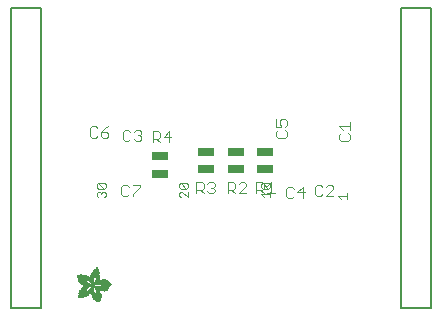
<source format=gbr>
G04 EAGLE Gerber RS-274X export*
G75*
%MOMM*%
%FSLAX34Y34*%
%LPD*%
%INSilkscreen Top*%
%IPPOS*%
%AMOC8*
5,1,8,0,0,1.08239X$1,22.5*%
G01*
%ADD10C,0.076200*%
%ADD11R,1.400000X0.650000*%
%ADD12C,0.127000*%
%ADD13R,0.063400X0.002600*%
%ADD14R,0.099000X0.002400*%
%ADD15R,0.124400X0.002600*%
%ADD16R,0.144800X0.002400*%
%ADD17R,0.162600X0.002400*%
%ADD18R,0.180200X0.002600*%
%ADD19R,0.193000X0.002400*%
%ADD20R,0.208200X0.002600*%
%ADD21R,0.221000X0.002400*%
%ADD22R,0.233600X0.002400*%
%ADD23R,0.246200X0.002600*%
%ADD24R,0.256600X0.002400*%
%ADD25R,0.266600X0.002600*%
%ADD26R,0.276800X0.002400*%
%ADD27R,0.287000X0.002400*%
%ADD28R,0.297200X0.002600*%
%ADD29R,0.304800X0.002400*%
%ADD30R,0.315000X0.002600*%
%ADD31R,0.322600X0.002400*%
%ADD32R,0.332800X0.002400*%
%ADD33R,0.340400X0.002600*%
%ADD34R,0.350400X0.002400*%
%ADD35R,0.355600X0.002600*%
%ADD36R,0.363200X0.002400*%
%ADD37R,0.370800X0.002400*%
%ADD38R,0.378400X0.002600*%
%ADD39R,0.386000X0.002400*%
%ADD40R,0.391000X0.002600*%
%ADD41R,0.398800X0.002400*%
%ADD42R,0.406400X0.002400*%
%ADD43R,0.411400X0.002600*%
%ADD44R,0.419000X0.002400*%
%ADD45R,0.426600X0.002600*%
%ADD46R,0.431800X0.002400*%
%ADD47R,0.436800X0.002400*%
%ADD48R,0.442000X0.002600*%
%ADD49R,0.447000X0.002400*%
%ADD50R,0.454600X0.002600*%
%ADD51R,0.459600X0.002400*%
%ADD52R,0.467400X0.002400*%
%ADD53R,0.469800X0.002600*%
%ADD54R,0.475000X0.002400*%
%ADD55R,0.482600X0.002600*%
%ADD56R,0.485000X0.002400*%
%ADD57R,0.490200X0.002400*%
%ADD58R,0.495200X0.002600*%
%ADD59R,0.503000X0.002400*%
%ADD60R,0.505400X0.002600*%
%ADD61R,0.510400X0.002400*%
%ADD62R,0.515600X0.002400*%
%ADD63R,0.518000X0.002600*%
%ADD64R,0.523200X0.002400*%
%ADD65R,0.525800X0.002600*%
%ADD66R,0.533400X0.002400*%
%ADD67R,0.538400X0.002400*%
%ADD68R,0.541000X0.002600*%
%ADD69R,0.546000X0.002400*%
%ADD70R,0.548600X0.002600*%
%ADD71R,0.553600X0.002400*%
%ADD72R,0.558800X0.002400*%
%ADD73R,0.561400X0.002600*%
%ADD74R,0.566400X0.002400*%
%ADD75R,0.568800X0.002600*%
%ADD76R,0.574000X0.002400*%
%ADD77R,0.576600X0.002400*%
%ADD78R,0.581600X0.002600*%
%ADD79R,0.584200X0.002400*%
%ADD80R,0.589200X0.002600*%
%ADD81R,0.591800X0.002400*%
%ADD82R,0.596800X0.002400*%
%ADD83R,0.599400X0.002600*%
%ADD84R,0.604400X0.002400*%
%ADD85R,0.604400X0.002600*%
%ADD86R,0.609600X0.002400*%
%ADD87R,0.612200X0.002400*%
%ADD88R,0.617200X0.002600*%
%ADD89R,0.619800X0.002400*%
%ADD90R,0.622200X0.002600*%
%ADD91R,0.627200X0.002400*%
%ADD92R,0.632400X0.002600*%
%ADD93R,0.635000X0.002400*%
%ADD94R,0.640000X0.002600*%
%ADD95R,0.642600X0.002400*%
%ADD96R,0.645000X0.002400*%
%ADD97R,0.647600X0.002600*%
%ADD98R,0.650200X0.002400*%
%ADD99R,0.655200X0.002600*%
%ADD100R,0.657800X0.002400*%
%ADD101R,0.662800X0.002600*%
%ADD102R,0.665400X0.002400*%
%ADD103R,0.668000X0.002600*%
%ADD104R,0.670600X0.002400*%
%ADD105R,0.673000X0.002400*%
%ADD106R,0.678200X0.002600*%
%ADD107R,0.680600X0.002400*%
%ADD108R,0.680600X0.002600*%
%ADD109R,0.685800X0.002400*%
%ADD110R,0.688400X0.002400*%
%ADD111R,0.688400X0.002600*%
%ADD112R,0.693400X0.002400*%
%ADD113R,0.696000X0.002600*%
%ADD114R,0.698400X0.002400*%
%ADD115R,0.703400X0.002600*%
%ADD116R,0.706000X0.002400*%
%ADD117R,0.706000X0.002600*%
%ADD118R,0.711200X0.002400*%
%ADD119R,0.713800X0.002400*%
%ADD120R,0.713800X0.002600*%
%ADD121R,0.716200X0.002400*%
%ADD122R,0.721200X0.002600*%
%ADD123R,0.721200X0.002400*%
%ADD124R,0.723800X0.002400*%
%ADD125R,0.723800X0.002600*%
%ADD126R,0.729000X0.002400*%
%ADD127R,0.731600X0.002600*%
%ADD128R,0.731600X0.002400*%
%ADD129R,0.734000X0.002400*%
%ADD130R,0.736600X0.002600*%
%ADD131R,0.739000X0.002400*%
%ADD132R,0.741600X0.002600*%
%ADD133R,0.741600X0.002400*%
%ADD134R,0.744200X0.002400*%
%ADD135R,0.746600X0.002600*%
%ADD136R,0.749200X0.002400*%
%ADD137R,0.751800X0.002600*%
%ADD138R,0.751800X0.002400*%
%ADD139R,0.754200X0.002400*%
%ADD140R,0.756800X0.002600*%
%ADD141R,0.759400X0.002400*%
%ADD142R,0.759400X0.002600*%
%ADD143R,0.762000X0.002400*%
%ADD144R,0.764600X0.002400*%
%ADD145R,0.764600X0.002600*%
%ADD146R,0.767000X0.002400*%
%ADD147R,0.769600X0.002600*%
%ADD148R,0.772000X0.002400*%
%ADD149R,0.774600X0.002600*%
%ADD150R,0.774600X0.002400*%
%ADD151R,0.777200X0.002600*%
%ADD152R,0.777200X0.002400*%
%ADD153R,0.205600X0.002400*%
%ADD154R,0.779800X0.002400*%
%ADD155R,0.309800X0.002600*%
%ADD156R,0.782400X0.002600*%
%ADD157R,0.381000X0.002400*%
%ADD158R,0.784800X0.002400*%
%ADD159R,0.409000X0.002600*%
%ADD160R,0.784800X0.002600*%
%ADD161R,0.787400X0.002400*%
%ADD162R,0.452000X0.002400*%
%ADD163R,0.790000X0.002600*%
%ADD164R,0.487600X0.002400*%
%ADD165R,0.790000X0.002400*%
%ADD166R,0.502800X0.002600*%
%ADD167R,0.792400X0.002600*%
%ADD168R,0.518000X0.002400*%
%ADD169R,0.792400X0.002400*%
%ADD170R,0.530800X0.002400*%
%ADD171R,0.795000X0.002400*%
%ADD172R,0.795000X0.002600*%
%ADD173R,0.797600X0.002400*%
%ADD174R,0.563800X0.002600*%
%ADD175R,0.797600X0.002600*%
%ADD176R,0.800000X0.002400*%
%ADD177R,0.586600X0.002400*%
%ADD178R,0.596800X0.002600*%
%ADD179R,0.802600X0.002600*%
%ADD180R,0.604600X0.002400*%
%ADD181R,0.805200X0.002400*%
%ADD182R,0.612200X0.002600*%
%ADD183R,0.807600X0.002600*%
%ADD184R,0.622200X0.002400*%
%ADD185R,0.807600X0.002400*%
%ADD186R,0.630000X0.002400*%
%ADD187R,0.810200X0.002400*%
%ADD188R,0.637600X0.002600*%
%ADD189R,0.810200X0.002600*%
%ADD190R,0.647600X0.002400*%
%ADD191R,0.812800X0.002400*%
%ADD192R,0.652800X0.002600*%
%ADD193R,0.812800X0.002600*%
%ADD194R,0.815200X0.002400*%
%ADD195R,0.673000X0.002600*%
%ADD196R,0.815200X0.002600*%
%ADD197R,0.817800X0.002400*%
%ADD198R,0.683200X0.002600*%
%ADD199R,0.817800X0.002600*%
%ADD200R,0.690800X0.002400*%
%ADD201R,0.820400X0.002400*%
%ADD202R,0.696000X0.002400*%
%ADD203R,0.703600X0.002600*%
%ADD204R,0.820400X0.002600*%
%ADD205R,0.708600X0.002400*%
%ADD206R,0.823000X0.002400*%
%ADD207R,0.728800X0.002600*%
%ADD208R,0.825400X0.002600*%
%ADD209R,0.825400X0.002400*%
%ADD210R,0.739000X0.002600*%
%ADD211R,0.828000X0.002600*%
%ADD212R,0.828000X0.002400*%
%ADD213R,0.749200X0.002600*%
%ADD214R,0.830600X0.002600*%
%ADD215R,0.754400X0.002400*%
%ADD216R,0.830600X0.002400*%
%ADD217R,0.833200X0.002600*%
%ADD218R,0.764400X0.002400*%
%ADD219R,0.833200X0.002400*%
%ADD220R,0.835600X0.002600*%
%ADD221R,0.833000X0.002400*%
%ADD222R,0.782400X0.002400*%
%ADD223R,0.835600X0.002400*%
%ADD224R,0.787400X0.002600*%
%ADD225R,0.838200X0.002600*%
%ADD226R,0.789800X0.002400*%
%ADD227R,0.838200X0.002400*%
%ADD228R,0.840600X0.002600*%
%ADD229R,0.797400X0.002400*%
%ADD230R,0.840600X0.002400*%
%ADD231R,0.805200X0.002600*%
%ADD232R,0.840800X0.002600*%
%ADD233R,0.840800X0.002400*%
%ADD234R,0.843200X0.002600*%
%ADD235R,0.843200X0.002400*%
%ADD236R,0.815400X0.002400*%
%ADD237R,0.845800X0.002600*%
%ADD238R,0.845800X0.002400*%
%ADD239R,0.830400X0.002600*%
%ADD240R,0.848200X0.002600*%
%ADD241R,0.848200X0.002400*%
%ADD242R,0.848400X0.002400*%
%ADD243R,0.848400X0.002600*%
%ADD244R,0.850800X0.002400*%
%ADD245R,0.853400X0.002600*%
%ADD246R,0.850800X0.002600*%
%ADD247R,0.856000X0.002400*%
%ADD248R,0.861000X0.002600*%
%ADD249R,0.863600X0.002400*%
%ADD250R,0.866000X0.002600*%
%ADD251R,0.868600X0.002400*%
%ADD252R,0.871200X0.002600*%
%ADD253R,0.873600X0.002400*%
%ADD254R,0.853400X0.002400*%
%ADD255R,0.876200X0.002400*%
%ADD256R,0.876200X0.002600*%
%ADD257R,0.881400X0.002400*%
%ADD258R,0.883800X0.002600*%
%ADD259R,0.886400X0.002400*%
%ADD260R,0.889000X0.002400*%
%ADD261R,0.891600X0.002600*%
%ADD262R,0.891400X0.002400*%
%ADD263R,0.894000X0.002600*%
%ADD264R,0.896600X0.002400*%
%ADD265R,0.899000X0.002400*%
%ADD266R,0.901600X0.002600*%
%ADD267R,0.856000X0.002600*%
%ADD268R,0.904200X0.002400*%
%ADD269R,0.904200X0.002600*%
%ADD270R,0.909200X0.002400*%
%ADD271R,0.911800X0.002400*%
%ADD272R,0.914400X0.002600*%
%ADD273R,0.916800X0.002400*%
%ADD274R,0.919400X0.002600*%
%ADD275R,0.919400X0.002400*%
%ADD276R,0.922000X0.002400*%
%ADD277R,0.924600X0.002600*%
%ADD278R,0.927000X0.002400*%
%ADD279R,0.929600X0.002600*%
%ADD280R,0.932200X0.002400*%
%ADD281R,0.934600X0.002600*%
%ADD282R,0.937200X0.002400*%
%ADD283R,0.939800X0.002600*%
%ADD284R,0.942200X0.002400*%
%ADD285R,0.942400X0.002400*%
%ADD286R,0.944800X0.002600*%
%ADD287R,0.947400X0.002400*%
%ADD288R,0.950000X0.002600*%
%ADD289R,0.952400X0.002400*%
%ADD290R,0.955000X0.002400*%
%ADD291R,0.952400X0.002600*%
%ADD292R,0.957400X0.002600*%
%ADD293R,0.365600X0.002600*%
%ADD294R,0.462200X0.002600*%
%ADD295R,0.960000X0.002400*%
%ADD296R,0.358000X0.002400*%
%ADD297R,0.454600X0.002400*%
%ADD298R,0.962600X0.002400*%
%ADD299R,0.353000X0.002400*%
%ADD300R,0.452200X0.002400*%
%ADD301R,0.965200X0.002600*%
%ADD302R,0.350400X0.002600*%
%ADD303R,0.447000X0.002600*%
%ADD304R,0.965200X0.002400*%
%ADD305R,0.348000X0.002400*%
%ADD306R,0.444400X0.002400*%
%ADD307R,0.967600X0.002600*%
%ADD308R,0.345400X0.002600*%
%ADD309R,0.439400X0.002600*%
%ADD310R,0.970200X0.002400*%
%ADD311R,0.342800X0.002400*%
%ADD312R,0.340200X0.002400*%
%ADD313R,0.972800X0.002600*%
%ADD314R,0.337800X0.002600*%
%ADD315R,0.429200X0.002600*%
%ADD316R,0.972800X0.002400*%
%ADD317R,0.335200X0.002400*%
%ADD318R,0.429200X0.002400*%
%ADD319R,0.975400X0.002600*%
%ADD320R,0.332600X0.002600*%
%ADD321R,0.424200X0.002600*%
%ADD322R,0.977800X0.002400*%
%ADD323R,0.424200X0.002400*%
%ADD324R,0.980400X0.002600*%
%ADD325R,0.330200X0.002600*%
%ADD326R,0.419000X0.002600*%
%ADD327R,0.980400X0.002400*%
%ADD328R,0.327600X0.002400*%
%ADD329R,0.414000X0.002400*%
%ADD330R,0.983000X0.002600*%
%ADD331R,0.327600X0.002600*%
%ADD332R,0.414000X0.002600*%
%ADD333R,0.983000X0.002400*%
%ADD334R,0.325000X0.002400*%
%ADD335R,0.985400X0.002400*%
%ADD336R,0.409000X0.002400*%
%ADD337R,0.988000X0.002600*%
%ADD338R,0.322600X0.002600*%
%ADD339R,0.322400X0.002400*%
%ADD340R,0.320000X0.002600*%
%ADD341R,0.403800X0.002600*%
%ADD342R,0.990600X0.002400*%
%ADD343R,0.317400X0.002400*%
%ADD344R,0.401200X0.002400*%
%ADD345R,0.990600X0.002600*%
%ADD346R,0.317400X0.002600*%
%ADD347R,0.398800X0.002600*%
%ADD348R,0.315000X0.002400*%
%ADD349R,0.396200X0.002400*%
%ADD350R,0.993000X0.002600*%
%ADD351R,0.393600X0.002600*%
%ADD352R,0.993000X0.002400*%
%ADD353R,0.312400X0.002400*%
%ADD354R,0.393600X0.002400*%
%ADD355R,0.312400X0.002600*%
%ADD356R,0.391200X0.002600*%
%ADD357R,0.309800X0.002400*%
%ADD358R,0.388600X0.002400*%
%ADD359R,1.305600X0.002600*%
%ADD360R,0.386000X0.002600*%
%ADD361R,1.300400X0.002400*%
%ADD362R,1.298000X0.002400*%
%ADD363R,0.383400X0.002400*%
%ADD364R,1.298000X0.002600*%
%ADD365R,0.383400X0.002600*%
%ADD366R,1.295400X0.002400*%
%ADD367R,1.292800X0.002600*%
%ADD368R,0.381000X0.002600*%
%ADD369R,1.290200X0.002400*%
%ADD370R,0.378400X0.002400*%
%ADD371R,1.285200X0.002600*%
%ADD372R,1.285200X0.002400*%
%ADD373R,0.373400X0.002400*%
%ADD374R,1.282600X0.002600*%
%ADD375R,0.373400X0.002600*%
%ADD376R,1.282600X0.002400*%
%ADD377R,1.277600X0.002400*%
%ADD378R,1.277600X0.002600*%
%ADD379R,0.368200X0.002600*%
%ADD380R,1.275000X0.002400*%
%ADD381R,0.368200X0.002400*%
%ADD382R,1.272400X0.002600*%
%ADD383R,0.365800X0.002600*%
%ADD384R,1.270000X0.002400*%
%ADD385R,0.365800X0.002400*%
%ADD386R,1.265000X0.002600*%
%ADD387R,0.363200X0.002600*%
%ADD388R,1.265000X0.002400*%
%ADD389R,1.262400X0.002600*%
%ADD390R,0.360600X0.002600*%
%ADD391R,1.259800X0.002400*%
%ADD392R,0.360600X0.002400*%
%ADD393R,1.257200X0.002400*%
%ADD394R,1.257200X0.002600*%
%ADD395R,0.358000X0.002600*%
%ADD396R,1.254800X0.002400*%
%ADD397R,0.355600X0.002400*%
%ADD398R,1.252200X0.002600*%
%ADD399R,1.252200X0.002400*%
%ADD400R,1.247000X0.002400*%
%ADD401R,1.247000X0.002600*%
%ADD402R,0.353000X0.002600*%
%ADD403R,1.242000X0.002600*%
%ADD404R,1.242000X0.002400*%
%ADD405R,1.239400X0.002400*%
%ADD406R,1.237000X0.002600*%
%ADD407R,0.347800X0.002600*%
%ADD408R,1.237000X0.002400*%
%ADD409R,0.347800X0.002400*%
%ADD410R,1.231800X0.002600*%
%ADD411R,1.231800X0.002400*%
%ADD412R,0.345400X0.002400*%
%ADD413R,1.226800X0.002600*%
%ADD414R,1.226800X0.002400*%
%ADD415R,1.224200X0.002600*%
%ADD416R,0.342800X0.002600*%
%ADD417R,1.221600X0.002400*%
%ADD418R,0.340400X0.002400*%
%ADD419R,1.219200X0.002600*%
%ADD420R,1.216600X0.002400*%
%ADD421R,0.337800X0.002400*%
%ADD422R,1.214200X0.002600*%
%ADD423R,1.214200X0.002400*%
%ADD424R,1.209000X0.002400*%
%ADD425R,1.209000X0.002600*%
%ADD426R,0.335200X0.002600*%
%ADD427R,1.206400X0.002600*%
%ADD428R,0.652800X0.002400*%
%ADD429R,0.083800X0.002400*%
%ADD430R,0.505400X0.002400*%
%ADD431R,0.134600X0.002400*%
%ADD432R,0.497800X0.002600*%
%ADD433R,0.332800X0.002600*%
%ADD434R,0.167600X0.002600*%
%ADD435R,0.632400X0.002400*%
%ADD436R,0.330200X0.002400*%
%ADD437R,0.195400X0.002400*%
%ADD438R,0.629800X0.002600*%
%ADD439R,0.223400X0.002600*%
%ADD440R,0.624800X0.002400*%
%ADD441R,0.474800X0.002400*%
%ADD442R,0.246400X0.002400*%
%ADD443R,0.469800X0.002400*%
%ADD444R,0.264000X0.002400*%
%ADD445R,0.619600X0.002600*%
%ADD446R,0.284400X0.002600*%
%ADD447R,0.617200X0.002400*%
%ADD448R,0.457200X0.002400*%
%ADD449R,0.302200X0.002400*%
%ADD450R,0.614600X0.002600*%
%ADD451R,0.452000X0.002600*%
%ADD452R,0.325000X0.002600*%
%ADD453R,0.439400X0.002400*%
%ADD454R,0.609600X0.002600*%
%ADD455R,0.434400X0.002600*%
%ADD456R,0.322400X0.002600*%
%ADD457R,0.602000X0.002400*%
%ADD458R,0.416400X0.002400*%
%ADD459R,0.599400X0.002400*%
%ADD460R,0.408800X0.002400*%
%ADD461R,0.320000X0.002400*%
%ADD462R,0.441800X0.002400*%
%ADD463R,0.401200X0.002600*%
%ADD464R,0.464800X0.002400*%
%ADD465R,0.594200X0.002400*%
%ADD466R,0.591800X0.002600*%
%ADD467R,0.487600X0.002600*%
%ADD468R,0.594400X0.002400*%
%ADD469R,0.495200X0.002400*%
%ADD470R,0.508000X0.002600*%
%ADD471R,0.518200X0.002400*%
%ADD472R,0.589200X0.002400*%
%ADD473R,0.375800X0.002400*%
%ADD474R,0.528400X0.002400*%
%ADD475R,0.370800X0.002600*%
%ADD476R,0.538400X0.002600*%
%ADD477R,0.586600X0.002600*%
%ADD478R,0.556200X0.002600*%
%ADD479R,0.314800X0.002400*%
%ADD480R,0.586800X0.002600*%
%ADD481R,0.584200X0.002600*%
%ADD482R,0.602000X0.002600*%
%ADD483R,0.581600X0.002400*%
%ADD484R,0.619600X0.002400*%
%ADD485R,0.627400X0.002600*%
%ADD486R,0.307200X0.002600*%
%ADD487R,0.642600X0.002600*%
%ADD488R,0.579200X0.002400*%
%ADD489R,0.307400X0.002400*%
%ADD490R,0.579000X0.002600*%
%ADD491R,0.307400X0.002600*%
%ADD492R,0.665400X0.002600*%
%ADD493R,0.307200X0.002400*%
%ADD494R,0.314800X0.002600*%
%ADD495R,0.304800X0.002600*%
%ADD496R,0.576400X0.002400*%
%ADD497R,0.576600X0.002600*%
%ADD498R,0.713600X0.002400*%
%ADD499R,0.574000X0.002600*%
%ADD500R,0.302200X0.002600*%
%ADD501R,0.721400X0.002600*%
%ADD502R,0.299600X0.002400*%
%ADD503R,0.297200X0.002400*%
%ADD504R,0.736600X0.002400*%
%ADD505R,0.292000X0.002600*%
%ADD506R,0.289600X0.002400*%
%ADD507R,0.746800X0.002400*%
%ADD508R,0.571400X0.002600*%
%ADD509R,0.287000X0.002600*%
%ADD510R,0.299800X0.002600*%
%ADD511R,0.754400X0.002600*%
%ADD512R,0.284400X0.002400*%
%ADD513R,1.061800X0.002400*%
%ADD514R,0.571400X0.002400*%
%ADD515R,0.282000X0.002400*%
%ADD516R,1.066800X0.002400*%
%ADD517R,0.279400X0.002600*%
%ADD518R,1.066800X0.002600*%
%ADD519R,1.071800X0.002400*%
%ADD520R,0.274200X0.002600*%
%ADD521R,1.074400X0.002600*%
%ADD522R,0.274200X0.002400*%
%ADD523R,1.076800X0.002400*%
%ADD524R,0.569000X0.002400*%
%ADD525R,0.271800X0.002400*%
%ADD526R,1.079400X0.002400*%
%ADD527R,0.269200X0.002600*%
%ADD528R,1.082000X0.002600*%
%ADD529R,0.266600X0.002400*%
%ADD530R,1.087000X0.002400*%
%ADD531R,0.569000X0.002600*%
%ADD532R,0.264200X0.002600*%
%ADD533R,1.087000X0.002600*%
%ADD534R,0.568800X0.002400*%
%ADD535R,0.261600X0.002400*%
%ADD536R,1.092200X0.002400*%
%ADD537R,0.259000X0.002400*%
%ADD538R,1.094800X0.002400*%
%ADD539R,0.566400X0.002600*%
%ADD540R,0.256600X0.002600*%
%ADD541R,1.097200X0.002600*%
%ADD542R,1.099800X0.002400*%
%ADD543R,0.254000X0.002600*%
%ADD544R,1.104800X0.002600*%
%ADD545R,0.251400X0.002400*%
%ADD546R,1.104800X0.002400*%
%ADD547R,0.248800X0.002400*%
%ADD548R,1.110000X0.002400*%
%ADD549R,0.246400X0.002600*%
%ADD550R,1.112400X0.002600*%
%ADD551R,1.115000X0.002400*%
%ADD552R,1.117600X0.002600*%
%ADD553R,0.563800X0.002400*%
%ADD554R,0.243800X0.002400*%
%ADD555R,1.122600X0.002400*%
%ADD556R,0.241200X0.002400*%
%ADD557R,0.241200X0.002600*%
%ADD558R,1.127800X0.002600*%
%ADD559R,0.238600X0.002400*%
%ADD560R,1.130200X0.002400*%
%ADD561R,0.236200X0.002600*%
%ADD562R,1.132800X0.002600*%
%ADD563R,0.561400X0.002400*%
%ADD564R,1.137800X0.002400*%
%ADD565R,0.561200X0.002400*%
%ADD566R,0.561200X0.002600*%
%ADD567R,0.233600X0.002600*%
%ADD568R,1.143000X0.002600*%
%ADD569R,0.231200X0.002400*%
%ADD570R,1.145600X0.002400*%
%ADD571R,0.231200X0.002600*%
%ADD572R,1.148000X0.002600*%
%ADD573R,0.228600X0.002400*%
%ADD574R,1.153200X0.002400*%
%ADD575R,0.226000X0.002400*%
%ADD576R,0.558800X0.002600*%
%ADD577R,0.228600X0.002600*%
%ADD578R,1.158200X0.002600*%
%ADD579R,1.160800X0.002400*%
%ADD580R,1.165800X0.002600*%
%ADD581R,0.223400X0.002400*%
%ADD582R,1.168400X0.002400*%
%ADD583R,1.171000X0.002400*%
%ADD584R,1.176000X0.002600*%
%ADD585R,0.220800X0.002400*%
%ADD586R,1.176000X0.002400*%
%ADD587R,0.221000X0.002600*%
%ADD588R,1.181000X0.002600*%
%ADD589R,1.186200X0.002400*%
%ADD590R,0.218400X0.002400*%
%ADD591R,1.188600X0.002400*%
%ADD592R,1.193800X0.002600*%
%ADD593R,1.196200X0.002400*%
%ADD594R,1.201400X0.002600*%
%ADD595R,0.556200X0.002400*%
%ADD596R,1.206400X0.002400*%
%ADD597R,0.218400X0.002600*%
%ADD598R,1.221600X0.002600*%
%ADD599R,0.553800X0.002400*%
%ADD600R,0.223600X0.002400*%
%ADD601R,0.553600X0.002600*%
%ADD602R,0.226000X0.002600*%
%ADD603R,0.551200X0.002600*%
%ADD604R,0.231000X0.002600*%
%ADD605R,1.249600X0.002600*%
%ADD606R,0.551200X0.002400*%
%ADD607R,0.236200X0.002400*%
%ADD608R,1.513800X0.002400*%
%ADD609R,1.513800X0.002600*%
%ADD610R,0.551000X0.002400*%
%ADD611R,1.516200X0.002600*%
%ADD612R,1.516400X0.002400*%
%ADD613R,0.551000X0.002600*%
%ADD614R,1.518800X0.002600*%
%ADD615R,1.519000X0.002400*%
%ADD616R,1.519000X0.002600*%
%ADD617R,1.521400X0.002400*%
%ADD618R,1.521400X0.002600*%
%ADD619R,1.524000X0.002400*%
%ADD620R,1.524000X0.002600*%
%ADD621R,1.526400X0.002400*%
%ADD622R,1.526600X0.002600*%
%ADD623R,1.529000X0.002400*%
%ADD624R,1.529000X0.002600*%
%ADD625R,1.531600X0.002400*%
%ADD626R,1.534200X0.002600*%
%ADD627R,1.536600X0.002400*%
%ADD628R,1.539200X0.002600*%
%ADD629R,1.541800X0.002400*%
%ADD630R,1.544200X0.002600*%
%ADD631R,1.549400X0.002400*%
%ADD632R,1.549400X0.002600*%
%ADD633R,1.554400X0.002400*%
%ADD634R,1.557000X0.002400*%
%ADD635R,0.594400X0.002600*%
%ADD636R,1.559400X0.002600*%
%ADD637R,1.564600X0.002400*%
%ADD638R,0.604600X0.002600*%
%ADD639R,1.567200X0.002600*%
%ADD640R,1.572200X0.002400*%
%ADD641R,0.614600X0.002400*%
%ADD642R,1.577200X0.002400*%
%ADD643R,0.525800X0.002400*%
%ADD644R,0.906800X0.002400*%
%ADD645R,1.168400X0.002600*%
%ADD646R,0.889000X0.002600*%
%ADD647R,1.155600X0.002400*%
%ADD648R,1.143000X0.002400*%
%ADD649R,0.866200X0.002400*%
%ADD650R,1.130200X0.002600*%
%ADD651R,1.120000X0.002400*%
%ADD652R,1.110000X0.002600*%
%ADD653R,1.084600X0.002600*%
%ADD654R,1.071800X0.002600*%
%ADD655R,1.064200X0.002400*%
%ADD656R,0.807800X0.002400*%
%ADD657R,1.059200X0.002400*%
%ADD658R,0.802600X0.002400*%
%ADD659R,1.054000X0.002600*%
%ADD660R,0.800000X0.002600*%
%ADD661R,1.049000X0.002400*%
%ADD662R,1.046400X0.002600*%
%ADD663R,1.041400X0.002400*%
%ADD664R,1.038800X0.002400*%
%ADD665R,1.033800X0.002600*%
%ADD666R,1.031200X0.002400*%
%ADD667R,1.028600X0.002600*%
%ADD668R,1.026000X0.002400*%
%ADD669R,0.782200X0.002400*%
%ADD670R,1.026200X0.002400*%
%ADD671R,1.023600X0.002600*%
%ADD672R,0.782200X0.002600*%
%ADD673R,1.021000X0.002400*%
%ADD674R,1.021000X0.002600*%
%ADD675R,1.018400X0.002400*%
%ADD676R,1.018400X0.002600*%
%ADD677R,1.023600X0.002400*%
%ADD678R,1.026200X0.002600*%
%ADD679R,1.028600X0.002400*%
%ADD680R,1.033600X0.002600*%
%ADD681R,0.797400X0.002600*%
%ADD682R,1.033600X0.002400*%
%ADD683R,1.036200X0.002600*%
%ADD684R,1.046400X0.002400*%
%ADD685R,1.049000X0.002600*%
%ADD686R,1.054000X0.002400*%
%ADD687R,1.056600X0.002600*%
%ADD688R,1.061600X0.002400*%
%ADD689R,0.822800X0.002400*%
%ADD690R,1.097200X0.002400*%
%ADD691R,0.858400X0.002600*%
%ADD692R,1.122600X0.002600*%
%ADD693R,0.878800X0.002400*%
%ADD694R,1.140400X0.002400*%
%ADD695R,0.883800X0.002400*%
%ADD696R,0.901600X0.002400*%
%ADD697R,1.170800X0.002600*%
%ADD698R,0.909200X0.002600*%
%ADD699R,1.181000X0.002400*%
%ADD700R,1.196400X0.002400*%
%ADD701R,0.929600X0.002400*%
%ADD702R,1.221800X0.002400*%
%ADD703R,0.949800X0.002400*%
%ADD704R,0.962600X0.002600*%
%ADD705R,0.975400X0.002400*%
%ADD706R,1.272400X0.002400*%
%ADD707R,1.290400X0.002600*%
%ADD708R,1.008200X0.002600*%
%ADD709R,1.318200X0.002400*%
%ADD710R,1.361400X0.002600*%
%ADD711R,2.491600X0.002400*%
%ADD712R,2.494200X0.002400*%
%ADD713R,2.499400X0.002600*%
%ADD714R,2.501800X0.002400*%
%ADD715R,2.504400X0.002600*%
%ADD716R,2.509400X0.002400*%
%ADD717R,2.512000X0.002400*%
%ADD718R,2.517200X0.002600*%
%ADD719R,2.519600X0.002400*%
%ADD720R,2.524800X0.002600*%
%ADD721R,2.527200X0.002400*%
%ADD722R,2.529800X0.002400*%
%ADD723R,2.535000X0.002600*%
%ADD724R,1.673800X0.002400*%
%ADD725R,1.661200X0.002600*%
%ADD726R,1.653400X0.002400*%
%ADD727R,1.645800X0.002400*%
%ADD728R,1.638200X0.002600*%
%ADD729R,1.635800X0.002400*%
%ADD730R,0.779800X0.002600*%
%ADD731R,1.630600X0.002600*%
%ADD732R,1.625600X0.002400*%
%ADD733R,0.772200X0.002400*%
%ADD734R,1.620400X0.002400*%
%ADD735R,1.618000X0.002600*%
%ADD736R,1.612800X0.002400*%
%ADD737R,0.764400X0.002600*%
%ADD738R,1.610200X0.002600*%
%ADD739R,1.607800X0.002400*%
%ADD740R,1.602600X0.002400*%
%ADD741R,0.757000X0.002600*%
%ADD742R,1.600200X0.002600*%
%ADD743R,1.597600X0.002400*%
%ADD744R,1.595000X0.002600*%
%ADD745R,1.592600X0.002400*%
%ADD746R,1.590000X0.002400*%
%ADD747R,0.746800X0.002600*%
%ADD748R,1.587400X0.002600*%
%ADD749R,1.585000X0.002400*%
%ADD750R,0.744200X0.002600*%
%ADD751R,1.582400X0.002600*%
%ADD752R,1.579800X0.002400*%
%ADD753R,1.577200X0.002600*%
%ADD754R,1.574800X0.002400*%
%ADD755R,0.734000X0.002600*%
%ADD756R,1.574800X0.002600*%
%ADD757R,1.338600X0.002400*%
%ADD758R,0.731400X0.002400*%
%ADD759R,1.323200X0.002400*%
%ADD760R,0.731400X0.002600*%
%ADD761R,0.213200X0.002600*%
%ADD762R,1.315600X0.002600*%
%ADD763R,0.210800X0.002400*%
%ADD764R,1.308000X0.002400*%
%ADD765R,0.726400X0.002600*%
%ADD766R,0.210800X0.002600*%
%ADD767R,1.300400X0.002600*%
%ADD768R,0.721400X0.002400*%
%ADD769R,0.208200X0.002400*%
%ADD770R,0.718800X0.002400*%
%ADD771R,0.716200X0.002600*%
%ADD772R,1.267400X0.002400*%
%ADD773R,0.713600X0.002600*%
%ADD774R,1.254800X0.002600*%
%ADD775R,1.249600X0.002400*%
%ADD776R,0.711200X0.002600*%
%ADD777R,1.244600X0.002600*%
%ADD778R,0.706200X0.002400*%
%ADD779R,0.213400X0.002400*%
%ADD780R,0.213200X0.002400*%
%ADD781R,0.215800X0.002600*%
%ADD782R,1.221800X0.002600*%
%ADD783R,0.701000X0.002400*%
%ADD784R,0.215800X0.002400*%
%ADD785R,1.219200X0.002400*%
%ADD786R,1.214000X0.002400*%
%ADD787R,0.701000X0.002600*%
%ADD788R,0.223600X0.002600*%
%ADD789R,1.198800X0.002600*%
%ADD790R,0.695800X0.002400*%
%ADD791R,1.193800X0.002400*%
%ADD792R,1.188800X0.002400*%
%ADD793R,0.695800X0.002600*%
%ADD794R,1.186200X0.002600*%
%ADD795R,0.690800X0.002600*%
%ADD796R,1.178400X0.002600*%
%ADD797R,0.238800X0.002400*%
%ADD798R,1.173400X0.002400*%
%ADD799R,0.688200X0.002400*%
%ADD800R,0.688200X0.002600*%
%ADD801R,1.163200X0.002600*%
%ADD802R,1.158200X0.002400*%
%ADD803R,0.685800X0.002600*%
%ADD804R,1.155600X0.002600*%
%ADD805R,1.150600X0.002400*%
%ADD806R,0.683200X0.002400*%
%ADD807R,1.145400X0.002400*%
%ADD808R,0.256400X0.002400*%
%ADD809R,1.135400X0.002400*%
%ADD810R,0.261600X0.002600*%
%ADD811R,1.127600X0.002400*%
%ADD812R,1.125200X0.002400*%
%ADD813R,1.120000X0.002600*%
%ADD814R,0.678200X0.002400*%
%ADD815R,1.107400X0.002400*%
%ADD816R,0.675600X0.002400*%
%ADD817R,1.102200X0.002400*%
%ADD818R,1.099800X0.002600*%
%ADD819R,0.675600X0.002600*%
%ADD820R,1.089600X0.002600*%
%ADD821R,0.294600X0.002400*%
%ADD822R,1.084400X0.002400*%
%ADD823R,1.082000X0.002400*%
%ADD824R,1.076800X0.002600*%
%ADD825R,1.069200X0.002600*%
%ADD826R,1.051400X0.002400*%
%ADD827R,0.670400X0.002400*%
%ADD828R,0.670600X0.002600*%
%ADD829R,1.031200X0.002600*%
%ADD830R,0.670400X0.002600*%
%ADD831R,1.016000X0.002400*%
%ADD832R,1.010800X0.002600*%
%ADD833R,0.376000X0.002400*%
%ADD834R,1.005800X0.002400*%
%ADD835R,1.000800X0.002600*%
%ADD836R,0.998200X0.002400*%
%ADD837R,0.391200X0.002400*%
%ADD838R,0.396200X0.002600*%
%ADD839R,0.401400X0.002400*%
%ADD840R,0.406400X0.002600*%
%ADD841R,0.977800X0.002600*%
%ADD842R,0.421600X0.002400*%
%ADD843R,0.955000X0.002600*%
%ADD844R,0.950000X0.002400*%
%ADD845R,0.944800X0.002400*%
%ADD846R,0.942200X0.002600*%
%ADD847R,0.467200X0.002400*%
%ADD848R,0.477400X0.002600*%
%ADD849R,0.530800X0.002600*%
%ADD850R,0.906800X0.002600*%
%ADD851R,1.325800X0.002400*%
%ADD852R,0.894000X0.002400*%
%ADD853R,1.325800X0.002600*%
%ADD854R,1.328400X0.002400*%
%ADD855R,1.328400X0.002600*%
%ADD856R,0.881400X0.002600*%
%ADD857R,1.333400X0.002400*%
%ADD858R,1.333400X0.002600*%
%ADD859R,0.863600X0.002600*%
%ADD860R,0.858400X0.002400*%
%ADD861R,1.336000X0.002600*%
%ADD862R,1.338600X0.002600*%
%ADD863R,0.833000X0.002600*%
%ADD864R,1.343600X0.002400*%
%ADD865R,1.343600X0.002600*%
%ADD866R,0.365600X0.002400*%
%ADD867R,1.346200X0.002400*%
%ADD868R,1.348800X0.002600*%
%ADD869R,1.348800X0.002400*%
%ADD870R,1.351200X0.002600*%
%ADD871R,1.351200X0.002400*%
%ADD872R,0.269200X0.002400*%
%ADD873R,1.353800X0.002400*%
%ADD874R,0.249000X0.002400*%
%ADD875R,1.353800X0.002600*%
%ADD876R,0.340200X0.002600*%
%ADD877R,1.356200X0.002400*%
%ADD878R,1.358800X0.002600*%
%ADD879R,0.198200X0.002600*%
%ADD880R,1.358800X0.002400*%
%ADD881R,0.180200X0.002400*%
%ADD882R,0.157400X0.002400*%
%ADD883R,0.132000X0.002600*%
%ADD884R,1.364000X0.002400*%
%ADD885R,0.101600X0.002400*%
%ADD886R,1.364000X0.002600*%
%ADD887R,0.050800X0.002600*%
%ADD888R,1.369000X0.002400*%
%ADD889R,1.369000X0.002600*%
%ADD890R,1.371600X0.002600*%
%ADD891R,1.374200X0.002400*%
%ADD892R,1.376600X0.002600*%
%ADD893R,1.376600X0.002400*%
%ADD894R,1.379200X0.002600*%
%ADD895R,1.381800X0.002400*%
%ADD896R,1.381800X0.002600*%
%ADD897R,1.386800X0.002400*%
%ADD898R,1.386800X0.002600*%
%ADD899R,0.294600X0.002600*%
%ADD900R,1.389200X0.002400*%
%ADD901R,1.389200X0.002600*%
%ADD902R,1.394400X0.002400*%
%ADD903R,0.292000X0.002400*%
%ADD904R,1.394400X0.002600*%
%ADD905R,1.397000X0.002400*%
%ADD906R,1.397000X0.002600*%
%ADD907R,1.402000X0.002400*%
%ADD908R,1.402000X0.002600*%
%ADD909R,0.289600X0.002600*%
%ADD910R,1.404600X0.002400*%
%ADD911R,1.407000X0.002600*%
%ADD912R,1.409600X0.002400*%
%ADD913R,1.412200X0.002600*%
%ADD914R,1.412200X0.002400*%
%ADD915R,1.414800X0.002600*%
%ADD916R,1.417200X0.002400*%
%ADD917R,1.419800X0.002600*%
%ADD918R,1.419800X0.002400*%
%ADD919R,1.422400X0.002400*%
%ADD920R,1.424800X0.002600*%
%ADD921R,1.424800X0.002400*%
%ADD922R,1.051400X0.002600*%
%ADD923R,0.375800X0.002600*%
%ADD924R,1.044000X0.002400*%
%ADD925R,0.383600X0.002400*%
%ADD926R,1.041400X0.002600*%
%ADD927R,0.299600X0.002600*%
%ADD928R,1.038800X0.002600*%
%ADD929R,0.388600X0.002600*%
%ADD930R,1.036200X0.002400*%
%ADD931R,0.398600X0.002600*%
%ADD932R,0.398600X0.002400*%
%ADD933R,1.018600X0.002600*%
%ADD934R,0.403800X0.002400*%
%ADD935R,1.013400X0.002600*%
%ADD936R,1.008400X0.002400*%
%ADD937R,0.411400X0.002400*%
%ADD938R,1.005800X0.002600*%
%ADD939R,1.003200X0.002400*%
%ADD940R,0.421600X0.002600*%
%ADD941R,0.426800X0.002400*%
%ADD942R,0.995600X0.002400*%
%ADD943R,0.441800X0.002600*%
%ADD944R,0.988000X0.002400*%
%ADD945R,0.985400X0.002600*%
%ADD946R,0.975200X0.002400*%
%ADD947R,0.970200X0.002600*%
%ADD948R,0.967600X0.002400*%
%ADD949R,0.960000X0.002600*%
%ADD950R,0.805000X0.002600*%
%ADD951R,0.957400X0.002400*%
%ADD952R,0.947400X0.002600*%
%ADD953R,0.934600X0.002400*%
%ADD954R,0.927000X0.002600*%
%ADD955R,0.924600X0.002400*%
%ADD956R,0.917000X0.002400*%
%ADD957R,0.891400X0.002600*%
%ADD958R,0.861000X0.002400*%
%ADD959R,0.789800X0.002600*%
%ADD960R,0.772200X0.002600*%
%ADD961R,0.772000X0.002600*%
%ADD962R,0.726400X0.002400*%
%ADD963R,0.769600X0.002400*%
%ADD964R,0.718800X0.002600*%
%ADD965R,0.767000X0.002600*%
%ADD966R,0.660400X0.002400*%
%ADD967R,0.650200X0.002600*%
%ADD968R,0.637400X0.002400*%
%ADD969R,0.607000X0.002400*%
%ADD970R,0.535800X0.002400*%
%ADD971R,0.756800X0.002400*%
%ADD972R,0.061000X0.002400*%
%ADD973R,0.746600X0.002400*%
%ADD974R,0.729000X0.002600*%
%ADD975R,0.703600X0.002400*%
%ADD976R,0.698400X0.002600*%
%ADD977R,0.693400X0.002600*%
%ADD978R,0.680800X0.002400*%
%ADD979R,0.680800X0.002600*%
%ADD980R,0.668000X0.002400*%
%ADD981R,0.663000X0.002400*%
%ADD982R,0.663000X0.002600*%
%ADD983R,0.655200X0.002400*%
%ADD984R,0.652600X0.002600*%
%ADD985R,0.652600X0.002400*%
%ADD986R,0.645200X0.002400*%
%ADD987R,0.645200X0.002600*%
%ADD988R,0.640000X0.002400*%
%ADD989R,0.635000X0.002600*%
%ADD990R,0.629800X0.002400*%
%ADD991R,0.627400X0.002400*%
%ADD992R,0.612000X0.002600*%
%ADD993R,0.612000X0.002400*%
%ADD994R,0.607000X0.002600*%
%ADD995R,0.553800X0.002600*%
%ADD996R,0.546000X0.002600*%
%ADD997R,0.543400X0.002400*%
%ADD998R,0.543400X0.002600*%
%ADD999R,0.536000X0.002400*%
%ADD1000R,0.536000X0.002600*%
%ADD1001R,0.528200X0.002600*%
%ADD1002R,0.525600X0.002400*%
%ADD1003R,0.520600X0.002600*%
%ADD1004R,0.515600X0.002600*%
%ADD1005R,0.510600X0.002400*%
%ADD1006R,0.502800X0.002400*%
%ADD1007R,0.500400X0.002600*%
%ADD1008R,0.497800X0.002400*%
%ADD1009R,0.492800X0.002400*%
%ADD1010R,0.492800X0.002600*%
%ADD1011R,0.485000X0.002600*%
%ADD1012R,0.482600X0.002400*%
%ADD1013R,0.480000X0.002400*%
%ADD1014R,0.475000X0.002600*%
%ADD1015R,0.472400X0.002400*%
%ADD1016R,0.444400X0.002600*%
%ADD1017R,0.442000X0.002400*%
%ADD1018R,0.436800X0.002600*%
%ADD1019R,0.434200X0.002400*%
%ADD1020R,0.416600X0.002400*%
%ADD1021R,0.358200X0.002400*%
%ADD1022R,0.289400X0.002400*%
%ADD1023R,0.276800X0.002600*%
%ADD1024R,0.256400X0.002600*%
%ADD1025R,0.254000X0.002400*%
%ADD1026R,0.243800X0.002600*%
%ADD1027R,0.231000X0.002400*%
%ADD1028R,0.203200X0.002400*%
%ADD1029R,0.200600X0.002600*%
%ADD1030R,0.195600X0.002400*%
%ADD1031R,0.193000X0.002600*%
%ADD1032R,0.188000X0.002400*%
%ADD1033R,0.182800X0.002400*%
%ADD1034R,0.172600X0.002400*%
%ADD1035R,0.170200X0.002600*%
%ADD1036R,0.167600X0.002400*%
%ADD1037R,0.160000X0.002400*%
%ADD1038R,0.157400X0.002600*%
%ADD1039R,0.152400X0.002400*%
%ADD1040R,0.149800X0.002600*%
%ADD1041R,0.139600X0.002400*%
%ADD1042R,0.137200X0.002600*%
%ADD1043R,0.129400X0.002400*%
%ADD1044R,0.127000X0.002600*%
%ADD1045R,0.124400X0.002400*%
%ADD1046R,0.119400X0.002400*%
%ADD1047R,0.114200X0.002600*%
%ADD1048R,0.109200X0.002400*%
%ADD1049R,0.106600X0.002600*%
%ADD1050R,0.096400X0.002400*%
%ADD1051R,0.094000X0.002600*%
%ADD1052R,0.088800X0.002400*%
%ADD1053R,0.083800X0.002600*%
%ADD1054R,0.078600X0.002400*%
%ADD1055R,0.076200X0.002400*%
%ADD1056R,0.073600X0.002600*%
%ADD1057R,0.066000X0.002400*%
%ADD1058R,0.058400X0.002400*%
%ADD1059R,0.055800X0.002400*%
%ADD1060R,0.048200X0.002600*%
%ADD1061R,0.045600X0.002400*%
%ADD1062R,0.043200X0.002600*%
%ADD1063R,0.038000X0.002400*%
%ADD1064R,0.035600X0.002400*%
%ADD1065R,0.027800X0.002600*%
%ADD1066R,0.025400X0.002400*%
%ADD1067R,0.020200X0.002600*%
%ADD1068R,0.017800X0.002400*%
%ADD1069R,0.015200X0.002400*%
%ADD1070R,0.010000X0.002600*%
%ADD1071R,0.007600X0.002400*%


D10*
X279004Y92431D02*
X276547Y94888D01*
X283919Y94888D01*
X283919Y92431D02*
X283919Y97346D01*
X214004Y93431D02*
X211547Y95888D01*
X218919Y95888D01*
X218919Y93431D02*
X218919Y98346D01*
X217690Y100915D02*
X212775Y100915D01*
X211547Y102144D01*
X211547Y104601D01*
X212775Y105830D01*
X217690Y105830D01*
X218919Y104601D01*
X218919Y102144D01*
X217690Y100915D01*
X212775Y105830D01*
X149419Y98346D02*
X149419Y93431D01*
X144504Y98346D01*
X143275Y98346D01*
X142047Y97117D01*
X142047Y94660D01*
X143275Y93431D01*
X143275Y100915D02*
X148190Y100915D01*
X143275Y100915D02*
X142047Y102144D01*
X142047Y104601D01*
X143275Y105830D01*
X148190Y105830D01*
X149419Y104601D01*
X149419Y102144D01*
X148190Y100915D01*
X143275Y105830D01*
X73775Y93431D02*
X72547Y94660D01*
X72547Y97117D01*
X73775Y98346D01*
X75004Y98346D01*
X76233Y97117D01*
X76233Y95888D01*
X76233Y97117D02*
X77462Y98346D01*
X78690Y98346D01*
X79919Y97117D01*
X79919Y94660D01*
X78690Y93431D01*
X78690Y100915D02*
X73775Y100915D01*
X72547Y102144D01*
X72547Y104601D01*
X73775Y105830D01*
X78690Y105830D01*
X79919Y104601D01*
X79919Y102144D01*
X78690Y100915D01*
X73775Y105830D01*
D11*
X214645Y117146D03*
X214645Y131878D03*
D10*
X207391Y106307D02*
X207391Y96901D01*
X207391Y106307D02*
X212094Y106307D01*
X213662Y104739D01*
X213662Y101604D01*
X212094Y100036D01*
X207391Y100036D01*
X210526Y100036D02*
X213662Y96901D01*
X216746Y103172D02*
X219882Y106307D01*
X219882Y96901D01*
X223017Y96901D02*
X216746Y96901D01*
D11*
X190515Y117146D03*
X190515Y131878D03*
D10*
X183261Y106307D02*
X183261Y96901D01*
X183261Y106307D02*
X187964Y106307D01*
X189532Y104739D01*
X189532Y101604D01*
X187964Y100036D01*
X183261Y100036D01*
X186396Y100036D02*
X189532Y96901D01*
X192616Y96901D02*
X198887Y96901D01*
X192616Y96901D02*
X198887Y103172D01*
X198887Y104739D01*
X197319Y106307D01*
X194184Y106307D01*
X192616Y104739D01*
D11*
X165115Y117146D03*
X165115Y131878D03*
D10*
X156591Y106307D02*
X156591Y96901D01*
X156591Y106307D02*
X161294Y106307D01*
X162862Y104739D01*
X162862Y101604D01*
X161294Y100036D01*
X156591Y100036D01*
X159726Y100036D02*
X162862Y96901D01*
X165946Y104739D02*
X167514Y106307D01*
X170649Y106307D01*
X172217Y104739D01*
X172217Y103172D01*
X170649Y101604D01*
X169082Y101604D01*
X170649Y101604D02*
X172217Y100036D01*
X172217Y98469D01*
X170649Y96901D01*
X167514Y96901D01*
X165946Y98469D01*
X277373Y146214D02*
X278941Y147782D01*
X277373Y146214D02*
X277373Y143079D01*
X278941Y141511D01*
X285211Y141511D01*
X286779Y143079D01*
X286779Y146214D01*
X285211Y147782D01*
X280508Y150866D02*
X277373Y154002D01*
X286779Y154002D01*
X286779Y157137D02*
X286779Y150866D01*
X261804Y103907D02*
X263371Y102339D01*
X261804Y103907D02*
X258668Y103907D01*
X257101Y102339D01*
X257101Y96069D01*
X258668Y94501D01*
X261804Y94501D01*
X263371Y96069D01*
X266456Y94501D02*
X272727Y94501D01*
X266456Y94501D02*
X272727Y100772D01*
X272727Y102339D01*
X271159Y103907D01*
X268023Y103907D01*
X266456Y102339D01*
D11*
X125745Y113336D03*
X125745Y128068D03*
D10*
X119761Y140081D02*
X119761Y149487D01*
X124464Y149487D01*
X126032Y147919D01*
X126032Y144784D01*
X124464Y143216D01*
X119761Y143216D01*
X122896Y143216D02*
X126032Y140081D01*
X133819Y140081D02*
X133819Y149487D01*
X129116Y144784D01*
X135387Y144784D01*
X100792Y149049D02*
X99224Y150617D01*
X96089Y150617D01*
X94521Y149049D01*
X94521Y142779D01*
X96089Y141211D01*
X99224Y141211D01*
X100792Y142779D01*
X103876Y149049D02*
X105444Y150617D01*
X108579Y150617D01*
X110147Y149049D01*
X110147Y147482D01*
X108579Y145914D01*
X107012Y145914D01*
X108579Y145914D02*
X110147Y144346D01*
X110147Y142779D01*
X108579Y141211D01*
X105444Y141211D01*
X103876Y142779D01*
X237654Y102357D02*
X239222Y100789D01*
X237654Y102357D02*
X234519Y102357D01*
X232951Y100789D01*
X232951Y94519D01*
X234519Y92951D01*
X237654Y92951D01*
X239222Y94519D01*
X247009Y92951D02*
X247009Y102357D01*
X242306Y97654D01*
X248577Y97654D01*
X224033Y148754D02*
X225601Y150322D01*
X224033Y148754D02*
X224033Y145619D01*
X225601Y144051D01*
X231871Y144051D01*
X233439Y145619D01*
X233439Y148754D01*
X231871Y150322D01*
X224033Y153406D02*
X224033Y159677D01*
X224033Y153406D02*
X228736Y153406D01*
X227168Y156542D01*
X227168Y158109D01*
X228736Y159677D01*
X231871Y159677D01*
X233439Y158109D01*
X233439Y154974D01*
X231871Y153406D01*
X72871Y151869D02*
X71304Y153437D01*
X68168Y153437D01*
X66601Y151869D01*
X66601Y145599D01*
X68168Y144031D01*
X71304Y144031D01*
X72871Y145599D01*
X79091Y151869D02*
X82227Y153437D01*
X79091Y151869D02*
X75956Y148734D01*
X75956Y145599D01*
X77523Y144031D01*
X80659Y144031D01*
X82227Y145599D01*
X82227Y147166D01*
X80659Y148734D01*
X75956Y148734D01*
X97974Y103907D02*
X99541Y102339D01*
X97974Y103907D02*
X94838Y103907D01*
X93271Y102339D01*
X93271Y96069D01*
X94838Y94501D01*
X97974Y94501D01*
X99541Y96069D01*
X102626Y103907D02*
X108897Y103907D01*
X108897Y102339D01*
X102626Y96069D01*
X102626Y94501D01*
D12*
X25400Y0D02*
X25400Y254000D01*
X25400Y0D02*
X0Y0D01*
X0Y254000D01*
X25400Y254000D01*
X330200Y254000D02*
X330200Y0D01*
X330200Y254000D02*
X355600Y254000D01*
X355600Y0D01*
X330200Y0D01*
D13*
X73507Y4876D03*
D14*
X73481Y4901D03*
D15*
X73481Y4927D03*
D16*
X73482Y4952D03*
D17*
X73469Y4977D03*
D18*
X73456Y5003D03*
D19*
X73443Y5028D03*
D20*
X73418Y5054D03*
D21*
X73431Y5079D03*
D22*
X73418Y5104D03*
D23*
X73405Y5130D03*
D24*
X73380Y5155D03*
D25*
X73380Y5181D03*
D26*
X73380Y5206D03*
D27*
X73355Y5231D03*
D28*
X73355Y5257D03*
D29*
X73342Y5282D03*
D30*
X73342Y5308D03*
D31*
X73329Y5333D03*
D32*
X73304Y5358D03*
D33*
X73291Y5384D03*
D34*
X73291Y5409D03*
D35*
X73291Y5435D03*
D36*
X73278Y5460D03*
D37*
X73266Y5485D03*
D38*
X73253Y5511D03*
D39*
X73240Y5536D03*
D40*
X73240Y5562D03*
D41*
X73228Y5587D03*
D42*
X73215Y5612D03*
D43*
X73215Y5638D03*
D44*
X73202Y5663D03*
D45*
X73189Y5689D03*
D46*
X73190Y5714D03*
D47*
X73164Y5739D03*
D48*
X73164Y5765D03*
D49*
X73164Y5790D03*
D50*
X73151Y5816D03*
D51*
X73151Y5841D03*
D52*
X73139Y5866D03*
D53*
X73126Y5892D03*
D54*
X73126Y5917D03*
D55*
X73113Y5943D03*
D56*
X73100Y5968D03*
D57*
X73101Y5993D03*
D58*
X73100Y6019D03*
D59*
X73088Y6044D03*
D60*
X73075Y6070D03*
D61*
X73075Y6095D03*
D62*
X73075Y6120D03*
D63*
X73062Y6146D03*
D64*
X73062Y6171D03*
D65*
X73050Y6197D03*
D66*
X73037Y6222D03*
D67*
X73037Y6247D03*
D68*
X73024Y6273D03*
D69*
X73024Y6298D03*
D70*
X73012Y6324D03*
D71*
X73011Y6349D03*
D72*
X73012Y6374D03*
D73*
X72999Y6400D03*
D74*
X72999Y6425D03*
D75*
X72986Y6451D03*
D76*
X72986Y6476D03*
D77*
X72974Y6501D03*
D78*
X72973Y6527D03*
D79*
X72961Y6552D03*
D80*
X72961Y6578D03*
D81*
X72948Y6603D03*
D82*
X72948Y6628D03*
D83*
X72935Y6654D03*
D84*
X72935Y6679D03*
D85*
X72935Y6705D03*
D86*
X72936Y6730D03*
D87*
X72923Y6755D03*
D88*
X72923Y6781D03*
D89*
X72910Y6806D03*
D90*
X72897Y6832D03*
D91*
X72897Y6857D03*
X72897Y6882D03*
D92*
X72897Y6908D03*
D93*
X72885Y6933D03*
D94*
X72884Y6959D03*
D95*
X72872Y6984D03*
D96*
X72859Y7009D03*
D97*
X72872Y7035D03*
D98*
X72859Y7060D03*
D99*
X72859Y7086D03*
D100*
X72846Y7111D03*
X72846Y7136D03*
D101*
X72846Y7162D03*
D102*
X72834Y7187D03*
D103*
X72821Y7213D03*
D104*
X72834Y7238D03*
D105*
X72821Y7263D03*
D106*
X72821Y7289D03*
D107*
X72808Y7314D03*
D108*
X72808Y7340D03*
D109*
X72809Y7365D03*
D110*
X72796Y7390D03*
D111*
X72796Y7416D03*
D112*
X72796Y7441D03*
D113*
X72783Y7467D03*
D114*
X72770Y7492D03*
X72770Y7517D03*
D115*
X72770Y7543D03*
D116*
X72757Y7568D03*
D117*
X72757Y7594D03*
D118*
X72758Y7619D03*
D119*
X72745Y7644D03*
D120*
X72745Y7670D03*
D121*
X72732Y7695D03*
D122*
X72732Y7721D03*
D123*
X72732Y7746D03*
D124*
X72719Y7771D03*
D125*
X72719Y7797D03*
D126*
X72720Y7822D03*
D127*
X72707Y7848D03*
D128*
X72707Y7873D03*
D129*
X72694Y7898D03*
D130*
X72707Y7924D03*
D131*
X72694Y7949D03*
D132*
X72681Y7975D03*
D133*
X72681Y8000D03*
D134*
X72669Y8025D03*
D135*
X72681Y8051D03*
D136*
X72668Y8076D03*
D137*
X72656Y8102D03*
D138*
X72656Y8127D03*
D139*
X72643Y8152D03*
D140*
X72656Y8178D03*
D141*
X72643Y8203D03*
D142*
X72643Y8229D03*
D143*
X72631Y8254D03*
D144*
X72618Y8279D03*
D145*
X72618Y8305D03*
D146*
X72605Y8330D03*
D147*
X72618Y8356D03*
D148*
X72605Y8381D03*
X72605Y8406D03*
D149*
X72592Y8432D03*
D150*
X72592Y8457D03*
D151*
X72580Y8483D03*
D152*
X72580Y8508D03*
D153*
X58597Y8533D03*
D154*
X72567Y8533D03*
D155*
X58559Y8559D03*
D156*
X72580Y8559D03*
D157*
X58559Y8584D03*
D158*
X72567Y8584D03*
D159*
X58699Y8610D03*
D160*
X72567Y8610D03*
D46*
X58813Y8635D03*
D161*
X72555Y8635D03*
D162*
X58914Y8660D03*
D161*
X72555Y8660D03*
D53*
X59029Y8686D03*
D163*
X72542Y8686D03*
D164*
X59118Y8711D03*
D165*
X72542Y8711D03*
D166*
X59194Y8737D03*
D167*
X72529Y8737D03*
D168*
X59270Y8762D03*
D169*
X72529Y8762D03*
D170*
X59334Y8787D03*
D171*
X72516Y8787D03*
D68*
X59410Y8813D03*
D172*
X72516Y8813D03*
D71*
X59473Y8838D03*
D173*
X72504Y8838D03*
D174*
X59524Y8864D03*
D175*
X72504Y8864D03*
D77*
X59588Y8889D03*
D176*
X72491Y8889D03*
D177*
X59638Y8914D03*
D176*
X72491Y8914D03*
D178*
X59689Y8940D03*
D179*
X72478Y8940D03*
D180*
X59753Y8965D03*
D181*
X72491Y8965D03*
D182*
X59791Y8991D03*
D183*
X72478Y8991D03*
D184*
X59841Y9016D03*
D185*
X72478Y9016D03*
D186*
X59880Y9041D03*
D187*
X72465Y9041D03*
D188*
X59918Y9067D03*
D189*
X72465Y9067D03*
D190*
X59968Y9092D03*
D191*
X72453Y9092D03*
D192*
X60020Y9118D03*
D193*
X72453Y9118D03*
D100*
X60045Y9143D03*
D194*
X72440Y9143D03*
D102*
X60083Y9168D03*
D194*
X72440Y9168D03*
D195*
X60121Y9194D03*
D196*
X72440Y9194D03*
D107*
X60159Y9219D03*
D197*
X72427Y9219D03*
D198*
X60197Y9245D03*
D199*
X72427Y9245D03*
D200*
X60235Y9270D03*
D201*
X72415Y9270D03*
D202*
X60261Y9295D03*
D201*
X72415Y9295D03*
D203*
X60299Y9321D03*
D204*
X72389Y9321D03*
D205*
X60324Y9346D03*
D201*
X72389Y9346D03*
D120*
X60350Y9372D03*
D204*
X72389Y9372D03*
D121*
X60388Y9397D03*
D206*
X72377Y9397D03*
D124*
X60426Y9422D03*
D206*
X72377Y9422D03*
D207*
X60451Y9448D03*
D208*
X72364Y9448D03*
D129*
X60477Y9473D03*
D209*
X72364Y9473D03*
D210*
X60502Y9499D03*
D211*
X72351Y9499D03*
D134*
X60528Y9524D03*
D212*
X72351Y9524D03*
D134*
X60553Y9549D03*
D212*
X72351Y9549D03*
D213*
X60578Y9575D03*
D214*
X72339Y9575D03*
D215*
X60604Y9600D03*
D216*
X72339Y9600D03*
D142*
X60629Y9626D03*
D217*
X72326Y9626D03*
D218*
X60654Y9651D03*
D219*
X72326Y9651D03*
D146*
X60667Y9676D03*
D219*
X72326Y9676D03*
D147*
X60705Y9702D03*
D220*
X72313Y9702D03*
D150*
X60730Y9727D03*
D221*
X72300Y9727D03*
D151*
X60743Y9753D03*
D220*
X72288Y9753D03*
D222*
X60769Y9778D03*
D223*
X72288Y9778D03*
D158*
X60781Y9803D03*
D223*
X72288Y9803D03*
D224*
X60820Y9829D03*
D225*
X72275Y9829D03*
D226*
X60832Y9854D03*
D227*
X72275Y9854D03*
D172*
X60858Y9880D03*
D228*
X72262Y9880D03*
D229*
X60870Y9905D03*
D230*
X72262Y9905D03*
D176*
X60883Y9930D03*
D227*
X72250Y9930D03*
D231*
X60909Y9956D03*
D232*
X72237Y9956D03*
D181*
X60934Y9981D03*
D233*
X72237Y9981D03*
D183*
X60946Y10007D03*
D234*
X72224Y10007D03*
D191*
X60972Y10032D03*
D235*
X72224Y10032D03*
D236*
X60985Y10057D03*
D235*
X72224Y10057D03*
D199*
X60997Y10083D03*
D237*
X72212Y10083D03*
D201*
X61010Y10108D03*
D235*
X72199Y10108D03*
D204*
X61036Y10134D03*
D234*
X72199Y10134D03*
D209*
X61061Y10159D03*
D238*
X72186Y10159D03*
D212*
X61074Y10184D03*
D238*
X72186Y10184D03*
D239*
X61086Y10210D03*
D240*
X72173Y10210D03*
D221*
X61099Y10235D03*
D241*
X72173Y10235D03*
D220*
X61112Y10261D03*
D237*
X72161Y10261D03*
D223*
X61137Y10286D03*
D242*
X72148Y10286D03*
D227*
X61150Y10311D03*
D242*
X72148Y10311D03*
D234*
X61175Y10337D03*
D243*
X72148Y10337D03*
D238*
X61188Y10362D03*
D244*
X72135Y10362D03*
D243*
X61201Y10388D03*
X72123Y10388D03*
D244*
X61213Y10413D03*
D242*
X72123Y10413D03*
D244*
X61238Y10438D03*
X72110Y10438D03*
D245*
X61251Y10464D03*
D246*
X72110Y10464D03*
D247*
X61264Y10489D03*
D244*
X72110Y10489D03*
D248*
X61289Y10515D03*
D246*
X72084Y10515D03*
D249*
X61302Y10540D03*
D244*
X72084Y10540D03*
D249*
X61328Y10565D03*
D244*
X72084Y10565D03*
D250*
X61340Y10591D03*
D245*
X72072Y10591D03*
D251*
X61353Y10616D03*
D244*
X72059Y10616D03*
D252*
X61366Y10642D03*
D246*
X72059Y10642D03*
D253*
X61378Y10667D03*
D254*
X72046Y10667D03*
D255*
X61391Y10692D03*
D254*
X72046Y10692D03*
D256*
X61416Y10718D03*
D246*
X72033Y10718D03*
D257*
X61442Y10743D03*
D254*
X72021Y10743D03*
D258*
X61454Y10769D03*
D245*
X72021Y10769D03*
D259*
X61467Y10794D03*
D254*
X72021Y10794D03*
D260*
X61480Y10819D03*
D254*
X71996Y10819D03*
D261*
X61493Y10845D03*
D245*
X71996Y10845D03*
D262*
X61518Y10870D03*
D254*
X71996Y10870D03*
D263*
X61531Y10896D03*
D245*
X71970Y10896D03*
D264*
X61544Y10921D03*
D254*
X71970Y10921D03*
D265*
X61556Y10946D03*
D254*
X71970Y10946D03*
D266*
X61569Y10972D03*
D267*
X71958Y10972D03*
D268*
X61582Y10997D03*
D254*
X71945Y10997D03*
D269*
X61607Y11023D03*
D245*
X71945Y11023D03*
D270*
X61632Y11048D03*
D247*
X71932Y11048D03*
D271*
X61645Y11073D03*
D254*
X71919Y11073D03*
D272*
X61658Y11099D03*
D245*
X71919Y11099D03*
D273*
X61670Y11124D03*
D254*
X71919Y11124D03*
D274*
X61683Y11150D03*
D245*
X71894Y11150D03*
D275*
X61708Y11175D03*
D254*
X71894Y11175D03*
D276*
X61721Y11200D03*
D254*
X71894Y11200D03*
D277*
X61734Y11226D03*
D245*
X71869Y11226D03*
D278*
X61746Y11251D03*
D254*
X71869Y11251D03*
D279*
X61759Y11277D03*
D245*
X71869Y11277D03*
D280*
X61772Y11302D03*
D254*
X71843Y11302D03*
D280*
X61798Y11327D03*
D254*
X71843Y11327D03*
D281*
X61810Y11353D03*
D245*
X71843Y11353D03*
D282*
X61823Y11378D03*
D244*
X71830Y11378D03*
D283*
X61836Y11404D03*
D245*
X71818Y11404D03*
D284*
X61848Y11429D03*
D254*
X71818Y11429D03*
D285*
X61874Y11454D03*
D244*
X71805Y11454D03*
D286*
X61886Y11480D03*
D245*
X71792Y11480D03*
D287*
X61899Y11505D03*
D254*
X71792Y11505D03*
D288*
X61912Y11531D03*
D246*
X71779Y11531D03*
D289*
X61924Y11556D03*
D244*
X71779Y11556D03*
D290*
X61937Y11581D03*
D244*
X71754Y11581D03*
D291*
X61950Y11607D03*
D246*
X71754Y11607D03*
D290*
X61963Y11632D03*
D244*
X71754Y11632D03*
D292*
X61975Y11658D03*
D293*
X69303Y11658D03*
D294*
X73672Y11658D03*
D295*
X61988Y11683D03*
D296*
X69265Y11683D03*
D297*
X73710Y11683D03*
D298*
X62001Y11708D03*
D299*
X69240Y11708D03*
D300*
X73723Y11708D03*
D301*
X62014Y11734D03*
D302*
X69227Y11734D03*
D303*
X73723Y11734D03*
D304*
X62039Y11759D03*
D305*
X69189Y11759D03*
D306*
X73735Y11759D03*
D307*
X62051Y11785D03*
D308*
X69176Y11785D03*
D309*
X73736Y11785D03*
D310*
X62064Y11810D03*
D311*
X69163Y11810D03*
D47*
X73748Y11810D03*
D310*
X62064Y11835D03*
D312*
X69125Y11835D03*
D46*
X73748Y11835D03*
D313*
X62077Y11861D03*
D314*
X69113Y11861D03*
D315*
X73761Y11861D03*
D316*
X62102Y11886D03*
D317*
X69100Y11886D03*
D318*
X73761Y11886D03*
D319*
X62115Y11912D03*
D320*
X69087Y11912D03*
D321*
X73761Y11912D03*
D322*
X62127Y11937D03*
D32*
X69062Y11937D03*
D323*
X73761Y11937D03*
D322*
X62127Y11962D03*
D32*
X69062Y11962D03*
D44*
X73761Y11962D03*
D324*
X62140Y11988D03*
D325*
X69049Y11988D03*
D326*
X73761Y11988D03*
D327*
X62166Y12013D03*
D328*
X69036Y12013D03*
D329*
X73761Y12013D03*
D330*
X62179Y12039D03*
D331*
X69011Y12039D03*
D332*
X73761Y12039D03*
D333*
X62179Y12064D03*
D334*
X68998Y12064D03*
D329*
X73761Y12064D03*
D335*
X62191Y12089D03*
D31*
X68986Y12089D03*
D336*
X73761Y12089D03*
D337*
X62204Y12115D03*
D338*
X68986Y12115D03*
D159*
X73761Y12115D03*
D335*
X62216Y12140D03*
D339*
X68960Y12140D03*
D42*
X73748Y12140D03*
D337*
X62229Y12166D03*
D340*
X68948Y12166D03*
D341*
X73761Y12166D03*
D342*
X62242Y12191D03*
D343*
X68935Y12191D03*
D344*
X73748Y12191D03*
D342*
X62242Y12216D03*
D343*
X68935Y12216D03*
D344*
X73748Y12216D03*
D345*
X62268Y12242D03*
D346*
X68909Y12242D03*
D347*
X73736Y12242D03*
D342*
X62268Y12267D03*
D348*
X68897Y12267D03*
D349*
X73748Y12267D03*
D350*
X62280Y12293D03*
D30*
X68897Y12293D03*
D351*
X73735Y12293D03*
D352*
X62280Y12318D03*
D353*
X68884Y12318D03*
D354*
X73735Y12318D03*
D352*
X62305Y12343D03*
D353*
X68859Y12343D03*
D354*
X73735Y12343D03*
D350*
X62305Y12369D03*
D355*
X68859Y12369D03*
D356*
X73723Y12369D03*
D352*
X62305Y12394D03*
D357*
X68846Y12394D03*
D358*
X73736Y12394D03*
D359*
X63868Y12420D03*
D360*
X73723Y12420D03*
D361*
X63867Y12445D03*
D39*
X73723Y12445D03*
D362*
X63855Y12470D03*
D363*
X73710Y12470D03*
D364*
X63855Y12496D03*
D365*
X73710Y12496D03*
D366*
X63842Y12521D03*
D157*
X73698Y12521D03*
D367*
X63855Y12547D03*
D368*
X73698Y12547D03*
D369*
X63842Y12572D03*
D370*
X73685Y12572D03*
D369*
X63842Y12597D03*
D370*
X73685Y12597D03*
D371*
X63842Y12623D03*
D38*
X73685Y12623D03*
D372*
X63842Y12648D03*
D373*
X73685Y12648D03*
D374*
X63829Y12674D03*
D375*
X73685Y12674D03*
D376*
X63829Y12699D03*
D37*
X73672Y12699D03*
D377*
X63830Y12724D03*
D37*
X73672Y12724D03*
D378*
X63830Y12750D03*
D379*
X73659Y12750D03*
D380*
X63817Y12775D03*
D381*
X73659Y12775D03*
D382*
X63829Y12801D03*
D383*
X73647Y12801D03*
D384*
X63817Y12826D03*
D385*
X73647Y12826D03*
D384*
X63817Y12851D03*
D36*
X73634Y12851D03*
D386*
X63817Y12877D03*
D387*
X73634Y12877D03*
D388*
X63817Y12902D03*
D36*
X73634Y12902D03*
D389*
X63804Y12928D03*
D390*
X73621Y12928D03*
D391*
X63817Y12953D03*
D392*
X73621Y12953D03*
D393*
X63804Y12978D03*
D296*
X73608Y12978D03*
D394*
X63804Y13004D03*
D395*
X73608Y13004D03*
D396*
X63817Y13029D03*
D397*
X73596Y13029D03*
D398*
X63804Y13055D03*
D35*
X73596Y13055D03*
D399*
X63804Y13080D03*
D397*
X73571Y13080D03*
D400*
X63804Y13105D03*
D397*
X73571Y13105D03*
D401*
X63804Y13131D03*
D402*
X73558Y13131D03*
D400*
X63804Y13156D03*
D299*
X73558Y13156D03*
D403*
X63804Y13182D03*
D302*
X73545Y13182D03*
D404*
X63804Y13207D03*
D34*
X73545Y13207D03*
D405*
X63791Y13232D03*
D34*
X73545Y13232D03*
D406*
X63804Y13258D03*
D407*
X73532Y13258D03*
D408*
X63804Y13283D03*
D409*
X73532Y13283D03*
D410*
X63804Y13309D03*
D308*
X73520Y13309D03*
D411*
X63804Y13334D03*
D412*
X73520Y13334D03*
D411*
X63804Y13359D03*
D311*
X73507Y13359D03*
D413*
X63804Y13385D03*
D308*
X73494Y13385D03*
D414*
X63804Y13410D03*
D311*
X73481Y13410D03*
D415*
X63817Y13436D03*
D416*
X73481Y13436D03*
D417*
X63804Y13461D03*
D418*
X73469Y13461D03*
D417*
X63804Y13486D03*
D418*
X73469Y13486D03*
D419*
X63817Y13512D03*
D314*
X73456Y13512D03*
D420*
X63804Y13537D03*
D421*
X73456Y13537D03*
D422*
X63817Y13563D03*
D314*
X73431Y13563D03*
D423*
X63817Y13588D03*
D421*
X73431Y13588D03*
D424*
X63817Y13613D03*
D317*
X73418Y13613D03*
D425*
X63817Y13639D03*
D426*
X73418Y13639D03*
D424*
X63817Y13664D03*
D317*
X73418Y13664D03*
D427*
X63829Y13690D03*
D320*
X73405Y13690D03*
D428*
X61061Y13715D03*
D62*
X67259Y13715D03*
D317*
X73392Y13715D03*
D429*
X78917Y13715D03*
D95*
X61036Y13740D03*
D430*
X67309Y13740D03*
D32*
X73380Y13740D03*
D431*
X78892Y13740D03*
D94*
X61023Y13766D03*
D432*
X67347Y13766D03*
D433*
X73380Y13766D03*
D434*
X78879Y13766D03*
D435*
X61010Y13791D03*
D164*
X67373Y13791D03*
D436*
X73367Y13791D03*
D437*
X78866Y13791D03*
D438*
X60997Y13817D03*
D55*
X67398Y13817D03*
D325*
X73367Y13817D03*
D439*
X78853Y13817D03*
D440*
X60997Y13842D03*
D441*
X67436Y13842D03*
D328*
X73354Y13842D03*
D442*
X78841Y13842D03*
D184*
X60984Y13867D03*
D443*
X67461Y13867D03*
D436*
X73342Y13867D03*
D444*
X78828Y13867D03*
D445*
X60997Y13893D03*
D294*
X67474Y13893D03*
D331*
X73329Y13893D03*
D446*
X78803Y13893D03*
D447*
X60985Y13918D03*
D448*
X67500Y13918D03*
D328*
X73329Y13918D03*
D449*
X78790Y13918D03*
D450*
X60997Y13944D03*
D451*
X67525Y13944D03*
D452*
X73316Y13944D03*
D340*
X78777Y13944D03*
D87*
X60985Y13969D03*
D306*
X67538Y13969D03*
D328*
X73304Y13969D03*
D317*
X78777Y13969D03*
D86*
X60998Y13994D03*
D453*
X67563Y13994D03*
D334*
X73291Y13994D03*
D34*
X78752Y13994D03*
D454*
X60998Y14020D03*
D455*
X67589Y14020D03*
D452*
X73291Y14020D03*
D387*
X78739Y14020D03*
D84*
X60997Y14045D03*
D46*
X67602Y14045D03*
D339*
X73278Y14045D03*
D157*
X78727Y14045D03*
D85*
X60997Y14071D03*
D321*
X67614Y14071D03*
D456*
X73278Y14071D03*
D351*
X78714Y14071D03*
D457*
X61010Y14096D03*
D44*
X67639Y14096D03*
D31*
X73253Y14096D03*
D42*
X78701Y14096D03*
D457*
X61010Y14121D03*
D458*
X67652Y14121D03*
D31*
X73253Y14121D03*
D44*
X78688Y14121D03*
D83*
X61023Y14147D03*
D43*
X67677Y14147D03*
D340*
X73240Y14147D03*
D315*
X78663Y14147D03*
D459*
X61023Y14172D03*
D460*
X67690Y14172D03*
D461*
X73240Y14172D03*
D462*
X78650Y14172D03*
D178*
X61035Y14198D03*
D463*
X67703Y14198D03*
D340*
X73215Y14198D03*
D50*
X78638Y14198D03*
D82*
X61035Y14223D03*
D41*
X67716Y14223D03*
D461*
X73215Y14223D03*
D464*
X78638Y14223D03*
D465*
X61048Y14248D03*
D354*
X67741Y14248D03*
D343*
X73202Y14248D03*
D441*
X78612Y14248D03*
D466*
X61061Y14274D03*
D356*
X67754Y14274D03*
D346*
X73202Y14274D03*
D467*
X78599Y14274D03*
D468*
X61074Y14299D03*
D39*
X67754Y14299D03*
D343*
X73176Y14299D03*
D469*
X78587Y14299D03*
D466*
X61086Y14325D03*
D368*
X67779Y14325D03*
D346*
X73176Y14325D03*
D470*
X78574Y14325D03*
D81*
X61086Y14350D03*
D370*
X67792Y14350D03*
D348*
X73164Y14350D03*
D471*
X78549Y14350D03*
D472*
X61099Y14375D03*
D473*
X67804Y14375D03*
D343*
X73151Y14375D03*
D474*
X78549Y14375D03*
D80*
X61099Y14401D03*
D475*
X67830Y14401D03*
D30*
X73139Y14401D03*
D476*
X78523Y14401D03*
D472*
X61124Y14426D03*
D385*
X67830Y14426D03*
D348*
X73139Y14426D03*
D69*
X78510Y14426D03*
D477*
X61137Y14452D03*
D387*
X67843Y14452D03*
D355*
X73126Y14452D03*
D478*
X78511Y14452D03*
D177*
X61137Y14477D03*
D392*
X67855Y14477D03*
D479*
X73113Y14477D03*
D74*
X78485Y14477D03*
D177*
X61162Y14502D03*
D397*
X67881Y14502D03*
D353*
X73101Y14502D03*
D76*
X78473Y14502D03*
D477*
X61162Y14528D03*
D402*
X67893Y14528D03*
D355*
X73101Y14528D03*
D480*
X78460Y14528D03*
D79*
X61175Y14553D03*
D34*
X67906Y14553D03*
D353*
X73075Y14553D03*
D465*
X78447Y14553D03*
D481*
X61201Y14579D03*
D308*
X67906Y14579D03*
D355*
X73075Y14579D03*
D482*
X78435Y14579D03*
D79*
X61201Y14604D03*
D311*
X67919Y14604D03*
D357*
X73062Y14604D03*
D86*
X78422Y14604D03*
D483*
X61213Y14629D03*
D418*
X67932Y14629D03*
D357*
X73062Y14629D03*
D484*
X78396Y14629D03*
D78*
X61239Y14655D03*
D314*
X67944Y14655D03*
D155*
X73037Y14655D03*
D485*
X78384Y14655D03*
D483*
X61239Y14680D03*
D32*
X67970Y14680D03*
D357*
X73037Y14680D03*
D93*
X78371Y14680D03*
D78*
X61264Y14706D03*
D325*
X67983Y14706D03*
D486*
X73024Y14706D03*
D487*
X78358Y14706D03*
D488*
X61277Y14731D03*
D328*
X67995Y14731D03*
D357*
X73011Y14731D03*
D98*
X78346Y14731D03*
D483*
X61289Y14756D03*
D31*
X67995Y14756D03*
D489*
X72999Y14756D03*
D100*
X78333Y14756D03*
D490*
X61302Y14782D03*
D340*
X68008Y14782D03*
D491*
X72999Y14782D03*
D492*
X78320Y14782D03*
D77*
X61315Y14807D03*
D343*
X68020Y14807D03*
D493*
X72973Y14807D03*
D105*
X78307Y14807D03*
D490*
X61327Y14833D03*
D494*
X68033Y14833D03*
D495*
X72961Y14833D03*
D198*
X78282Y14833D03*
D496*
X61340Y14858D03*
D353*
X68046Y14858D03*
D493*
X72948Y14858D03*
D200*
X78269Y14858D03*
D77*
X61366Y14883D03*
D357*
X68058Y14883D03*
D29*
X72936Y14883D03*
D114*
X78256Y14883D03*
D497*
X61366Y14909D03*
D486*
X68071Y14909D03*
D495*
X72936Y14909D03*
D117*
X78244Y14909D03*
D77*
X61391Y14934D03*
D29*
X68084Y14934D03*
X72910Y14934D03*
D498*
X78231Y14934D03*
D499*
X61404Y14960D03*
D500*
X68097Y14960D03*
D495*
X72910Y14960D03*
D501*
X78219Y14960D03*
D76*
X61429Y14985D03*
D502*
X68109Y14985D03*
D449*
X72897Y14985D03*
D126*
X78206Y14985D03*
D76*
X61429Y15010D03*
D503*
X68122Y15010D03*
D449*
X72872Y15010D03*
D504*
X78193Y15010D03*
D499*
X61455Y15036D03*
D505*
X68122Y15036D03*
D500*
X72872Y15036D03*
D210*
X78180Y15036D03*
D76*
X61480Y15061D03*
D506*
X68135Y15061D03*
D449*
X72846Y15061D03*
D507*
X78168Y15061D03*
D508*
X61492Y15087D03*
D509*
X68148Y15087D03*
D510*
X72834Y15087D03*
D511*
X78155Y15087D03*
D76*
X61505Y15112D03*
D512*
X68160Y15112D03*
D513*
X76644Y15112D03*
D514*
X61518Y15137D03*
D515*
X68173Y15137D03*
D516*
X76644Y15137D03*
D508*
X61543Y15163D03*
D517*
X68186Y15163D03*
D518*
X76644Y15163D03*
D514*
X61569Y15188D03*
D26*
X68198Y15188D03*
D519*
X76644Y15188D03*
D508*
X61569Y15214D03*
D520*
X68211Y15214D03*
D521*
X76657Y15214D03*
D514*
X61594Y15239D03*
D522*
X68211Y15239D03*
D523*
X76669Y15239D03*
D524*
X61607Y15264D03*
D525*
X68224Y15264D03*
D526*
X76656Y15264D03*
D75*
X61632Y15290D03*
D527*
X68236Y15290D03*
D528*
X76669Y15290D03*
D524*
X61658Y15315D03*
D529*
X68249Y15315D03*
D530*
X76669Y15315D03*
D531*
X61658Y15341D03*
D532*
X68262Y15341D03*
D533*
X76669Y15341D03*
D534*
X61683Y15366D03*
D535*
X68275Y15366D03*
D536*
X76669Y15366D03*
D524*
X61709Y15391D03*
D537*
X68287Y15391D03*
D538*
X76682Y15391D03*
D539*
X61721Y15417D03*
D540*
X68300Y15417D03*
D541*
X76669Y15417D03*
D74*
X61747Y15442D03*
D24*
X68300Y15442D03*
D542*
X76682Y15442D03*
D539*
X61772Y15468D03*
D543*
X68313Y15468D03*
D544*
X76682Y15468D03*
D74*
X61798Y15493D03*
D545*
X68325Y15493D03*
D546*
X76682Y15493D03*
D74*
X61798Y15518D03*
D547*
X68338Y15518D03*
D548*
X76682Y15518D03*
D539*
X61823Y15544D03*
D549*
X68351Y15544D03*
D550*
X76694Y15544D03*
D74*
X61848Y15569D03*
D547*
X68363Y15569D03*
D551*
X76682Y15569D03*
D539*
X61874Y15595D03*
D549*
X68376Y15595D03*
D552*
X76695Y15595D03*
D553*
X61886Y15620D03*
D554*
X68389Y15620D03*
D555*
X76694Y15620D03*
D553*
X61912Y15645D03*
D556*
X68401Y15645D03*
D555*
X76694Y15645D03*
D174*
X61937Y15671D03*
D557*
X68401Y15671D03*
D558*
X76695Y15671D03*
D553*
X61962Y15696D03*
D559*
X68414Y15696D03*
D560*
X76682Y15696D03*
D174*
X61988Y15722D03*
D561*
X68427Y15722D03*
D562*
X76695Y15722D03*
D563*
X62001Y15747D03*
D22*
X68439Y15747D03*
D564*
X76694Y15747D03*
D565*
X62026Y15772D03*
D22*
X68439Y15772D03*
D564*
X76694Y15772D03*
D566*
X62051Y15798D03*
D567*
X68465Y15798D03*
D568*
X76695Y15798D03*
D563*
X62077Y15823D03*
D569*
X68478Y15823D03*
D570*
X76682Y15823D03*
D566*
X62102Y15849D03*
D571*
X68478Y15849D03*
D572*
X76694Y15849D03*
D563*
X62128Y15874D03*
D573*
X68491Y15874D03*
D574*
X76695Y15874D03*
D565*
X62153Y15899D03*
D575*
X68503Y15899D03*
D574*
X76695Y15899D03*
D576*
X62166Y15925D03*
D577*
X68516Y15925D03*
D578*
X76695Y15925D03*
D72*
X62191Y15950D03*
D575*
X68528Y15950D03*
D579*
X76682Y15950D03*
D576*
X62217Y15976D03*
D439*
X68541Y15976D03*
D580*
X76682Y15976D03*
D72*
X62242Y16001D03*
D581*
X68541Y16001D03*
D582*
X76695Y16001D03*
D72*
X62268Y16026D03*
D581*
X68566Y16026D03*
D583*
X76682Y16026D03*
D576*
X62293Y16052D03*
D439*
X68566Y16052D03*
D584*
X76682Y16052D03*
D72*
X62318Y16077D03*
D585*
X68579Y16077D03*
D586*
X76682Y16077D03*
D576*
X62344Y16103D03*
D587*
X68605Y16103D03*
D588*
X76682Y16103D03*
D72*
X62369Y16128D03*
D21*
X68605Y16128D03*
D589*
X76682Y16128D03*
D72*
X62395Y16153D03*
D590*
X68617Y16153D03*
D591*
X76669Y16153D03*
D576*
X62420Y16179D03*
D587*
X68630Y16179D03*
D592*
X76669Y16179D03*
D72*
X62445Y16204D03*
D590*
X68643Y16204D03*
D593*
X76656Y16204D03*
D478*
X62483Y16230D03*
D587*
X68656Y16230D03*
D594*
X76657Y16230D03*
D595*
X62509Y16255D03*
D590*
X68668Y16255D03*
D596*
X76656Y16255D03*
D595*
X62534Y16280D03*
D590*
X68694Y16280D03*
D424*
X76644Y16280D03*
D478*
X62559Y16306D03*
D597*
X68694Y16306D03*
D422*
X76644Y16306D03*
D595*
X62585Y16331D03*
D590*
X68719Y16331D03*
D420*
X76631Y16331D03*
D478*
X62610Y16357D03*
D587*
X68732Y16357D03*
D598*
X76631Y16357D03*
D71*
X62648Y16382D03*
D21*
X68757Y16382D03*
D414*
X76631Y16382D03*
D599*
X62674Y16407D03*
D600*
X68770Y16407D03*
D411*
X76605Y16407D03*
D601*
X62699Y16433D03*
D602*
X68782Y16433D03*
D406*
X76606Y16433D03*
D71*
X62724Y16458D03*
D575*
X68808Y16458D03*
D404*
X76580Y16458D03*
D603*
X62763Y16484D03*
D604*
X68833Y16484D03*
D605*
X76567Y16484D03*
D606*
X62788Y16509D03*
D607*
X68884Y16509D03*
D391*
X76542Y16509D03*
D606*
X62814Y16534D03*
D608*
X75272Y16534D03*
D603*
X62839Y16560D03*
D609*
X75298Y16560D03*
D610*
X62864Y16585D03*
D608*
X75298Y16585D03*
D70*
X62902Y16611D03*
D611*
X75310Y16611D03*
D606*
X62941Y16636D03*
D612*
X75336Y16636D03*
D606*
X62966Y16661D03*
D612*
X75336Y16661D03*
D613*
X62991Y16687D03*
D614*
X75348Y16687D03*
D606*
X63017Y16712D03*
D615*
X75374Y16712D03*
D603*
X63042Y16738D03*
D616*
X75374Y16738D03*
D71*
X63080Y16763D03*
D617*
X75386Y16763D03*
D71*
X63105Y16788D03*
D617*
X75386Y16788D03*
D601*
X63131Y16814D03*
D618*
X75412Y16814D03*
D71*
X63156Y16839D03*
D619*
X75425Y16839D03*
D478*
X63194Y16865D03*
D620*
X75425Y16865D03*
D595*
X63220Y16890D03*
D621*
X75437Y16890D03*
D72*
X63258Y16915D03*
D621*
X75437Y16915D03*
D576*
X63284Y16941D03*
D622*
X75463Y16941D03*
D72*
X63309Y16966D03*
D623*
X75475Y16966D03*
D73*
X63347Y16992D03*
D624*
X75475Y16992D03*
D553*
X63359Y17017D03*
D625*
X75488Y17017D03*
D74*
X63398Y17042D03*
D625*
X75488Y17042D03*
D539*
X63423Y17068D03*
D626*
X75501Y17068D03*
D534*
X63461Y17093D03*
D627*
X75513Y17093D03*
D508*
X63499Y17119D03*
D628*
X75501Y17119D03*
D76*
X63512Y17144D03*
D629*
X75514Y17144D03*
D77*
X63550Y17169D03*
D629*
X75514Y17169D03*
D490*
X63588Y17195D03*
D630*
X75526Y17195D03*
D79*
X63614Y17220D03*
D631*
X75526Y17220D03*
D481*
X63639Y17246D03*
D632*
X75526Y17246D03*
D177*
X63677Y17271D03*
D633*
X75526Y17271D03*
D81*
X63703Y17296D03*
D634*
X75539Y17296D03*
D635*
X63741Y17322D03*
D636*
X75526Y17322D03*
D459*
X63791Y17347D03*
D637*
X75526Y17347D03*
D638*
X63817Y17373D03*
D639*
X75514Y17373D03*
D86*
X63868Y17398D03*
D640*
X75513Y17398D03*
D641*
X63893Y17423D03*
D642*
X75513Y17423D03*
D90*
X63956Y17449D03*
D68*
X70281Y17449D03*
D279*
X78752Y17449D03*
D435*
X64007Y17474D03*
D643*
X70129Y17474D03*
D644*
X78892Y17474D03*
D645*
X66713Y17500D03*
D646*
X78981Y17500D03*
D647*
X66649Y17525D03*
D255*
X79069Y17525D03*
D648*
X66586Y17550D03*
D649*
X79146Y17550D03*
D650*
X66547Y17576D03*
D245*
X79209Y17576D03*
D651*
X66496Y17601D03*
D242*
X79260Y17601D03*
D652*
X66446Y17627D03*
D225*
X79311Y17627D03*
D542*
X66420Y17652D03*
D221*
X79361Y17652D03*
D536*
X66382Y17677D03*
D212*
X79412Y17677D03*
D653*
X66344Y17703D03*
D204*
X79451Y17703D03*
D526*
X66318Y17728D03*
D194*
X79501Y17728D03*
D654*
X66280Y17754D03*
D193*
X79540Y17754D03*
D655*
X66268Y17779D03*
D656*
X79565Y17779D03*
D657*
X66243Y17804D03*
D658*
X79616Y17804D03*
D659*
X66217Y17830D03*
D660*
X79628Y17830D03*
D661*
X66192Y17855D03*
D229*
X79666Y17855D03*
D662*
X66179Y17881D03*
D172*
X79705Y17881D03*
D663*
X66154Y17906D03*
D165*
X79730Y17906D03*
D664*
X66141Y17931D03*
D226*
X79755Y17931D03*
D665*
X66116Y17957D03*
D163*
X79781Y17957D03*
D666*
X66103Y17982D03*
D158*
X79806Y17982D03*
D667*
X66090Y18008D03*
D160*
X79831Y18008D03*
D668*
X66077Y18033D03*
D669*
X79844Y18033D03*
D670*
X66052Y18058D03*
D669*
X79869Y18058D03*
D671*
X66039Y18084D03*
D672*
X79895Y18084D03*
D673*
X66026Y18109D03*
D669*
X79895Y18109D03*
D674*
X66026Y18135D03*
D672*
X79920Y18135D03*
D673*
X66001Y18160D03*
D154*
X79933Y18160D03*
D675*
X65988Y18185D03*
D222*
X79946Y18185D03*
D676*
X65988Y18211D03*
D672*
X79971Y18211D03*
D673*
X65976Y18236D03*
D669*
X79971Y18236D03*
D676*
X65963Y18262D03*
D160*
X79984Y18262D03*
D673*
X65950Y18287D03*
D158*
X80009Y18287D03*
D673*
X65950Y18312D03*
D158*
X80009Y18312D03*
D671*
X65938Y18338D03*
D224*
X80022Y18338D03*
D677*
X65938Y18363D03*
D165*
X80035Y18363D03*
D678*
X65925Y18389D03*
D163*
X80035Y18389D03*
D670*
X65925Y18414D03*
D169*
X80047Y18414D03*
D679*
X65912Y18439D03*
D169*
X80047Y18439D03*
D680*
X65912Y18465D03*
D681*
X80047Y18465D03*
D682*
X65912Y18490D03*
D176*
X80060Y18490D03*
D683*
X65899Y18516D03*
D179*
X80047Y18516D03*
D663*
X65900Y18541D03*
D181*
X80060Y18541D03*
D684*
X65899Y18566D03*
D187*
X80060Y18566D03*
D685*
X65887Y18592D03*
D189*
X80060Y18592D03*
D686*
X65887Y18617D03*
D194*
X80060Y18617D03*
D687*
X65900Y18643D03*
D199*
X80047Y18643D03*
D688*
X65899Y18668D03*
D689*
X80047Y18668D03*
D516*
X65900Y18693D03*
D212*
X80047Y18693D03*
D654*
X65899Y18719D03*
D214*
X80035Y18719D03*
D526*
X65887Y18744D03*
D223*
X80035Y18744D03*
D653*
X65887Y18770D03*
D232*
X80035Y18770D03*
D536*
X65900Y18795D03*
D238*
X80009Y18795D03*
D690*
X65899Y18820D03*
D244*
X80009Y18820D03*
D544*
X65912Y18846D03*
D691*
X79996Y18846D03*
D551*
X65912Y18871D03*
D249*
X79971Y18871D03*
D692*
X65925Y18897D03*
D252*
X79959Y18897D03*
D560*
X65937Y18922D03*
D693*
X79946Y18922D03*
D694*
X65938Y18947D03*
D695*
X79920Y18947D03*
D572*
X65950Y18973D03*
D261*
X79908Y18973D03*
D579*
X65963Y18998D03*
D696*
X79882Y18998D03*
D697*
X65988Y19024D03*
D698*
X79844Y19024D03*
D699*
X65988Y19049D03*
D273*
X79831Y19049D03*
D700*
X66014Y19074D03*
D701*
X79793Y19074D03*
D427*
X66039Y19100D03*
D283*
X79768Y19100D03*
D702*
X66065Y19125D03*
D703*
X79717Y19125D03*
D406*
X66090Y19151D03*
D704*
X79679Y19151D03*
D399*
X66116Y19176D03*
D705*
X79641Y19176D03*
D706*
X66166Y19201D03*
D352*
X79577Y19201D03*
D707*
X66230Y19227D03*
D708*
X79501Y19227D03*
D709*
X66319Y19252D03*
D666*
X79387Y19252D03*
D710*
X66458Y19278D03*
D518*
X79209Y19278D03*
D711*
X72059Y19303D03*
D712*
X72021Y19328D03*
D713*
X71996Y19354D03*
D714*
X71957Y19379D03*
D715*
X71919Y19405D03*
D716*
X71868Y19430D03*
D717*
X71830Y19455D03*
D718*
X71780Y19481D03*
D719*
X71741Y19506D03*
D720*
X71691Y19532D03*
D721*
X71652Y19557D03*
D722*
X71615Y19582D03*
D723*
X71564Y19608D03*
D197*
X62928Y19633D03*
D724*
X75844Y19633D03*
D183*
X62826Y19659D03*
D725*
X75882Y19659D03*
D176*
X62737Y19684D03*
D726*
X75894Y19684D03*
D171*
X62661Y19709D03*
D727*
X75907Y19709D03*
D224*
X62598Y19735D03*
D728*
X75920Y19735D03*
D669*
X62521Y19760D03*
D729*
X75933Y19760D03*
D730*
X62458Y19786D03*
D731*
X75932Y19786D03*
D150*
X62407Y19811D03*
D732*
X75933Y19811D03*
D733*
X62344Y19836D03*
D734*
X75932Y19836D03*
D147*
X62280Y19862D03*
D735*
X75920Y19862D03*
D146*
X62242Y19887D03*
D736*
X75920Y19887D03*
D737*
X62178Y19913D03*
D738*
X75907Y19913D03*
D143*
X62141Y19938D03*
D739*
X75895Y19938D03*
D143*
X62090Y19963D03*
D740*
X75894Y19963D03*
D741*
X62039Y19989D03*
D742*
X75882Y19989D03*
D215*
X62001Y20014D03*
D743*
X75869Y20014D03*
D511*
X61950Y20040D03*
D744*
X75856Y20040D03*
D138*
X61912Y20065D03*
D745*
X75844Y20065D03*
D136*
X61873Y20090D03*
D746*
X75831Y20090D03*
D747*
X61836Y20116D03*
D748*
X75818Y20116D03*
D507*
X61785Y20141D03*
D749*
X75806Y20141D03*
D750*
X61747Y20167D03*
D751*
X75793Y20167D03*
D133*
X61708Y20192D03*
D752*
X75780Y20192D03*
D131*
X61670Y20217D03*
D752*
X75755Y20217D03*
D130*
X61633Y20243D03*
D753*
X75742Y20243D03*
D504*
X61607Y20268D03*
D754*
X75730Y20268D03*
D755*
X61569Y20294D03*
D756*
X75704Y20294D03*
D128*
X61531Y20319D03*
D573*
X68973Y20319D03*
D757*
X76860Y20319D03*
D758*
X61480Y20344D03*
D21*
X68910Y20344D03*
D759*
X76910Y20344D03*
D760*
X61454Y20370D03*
D761*
X68871Y20370D03*
D762*
X76923Y20370D03*
D126*
X61417Y20395D03*
D763*
X68859Y20395D03*
D764*
X76936Y20395D03*
D765*
X61378Y20421D03*
D766*
X68833Y20421D03*
D767*
X76948Y20421D03*
D124*
X61365Y20446D03*
D763*
X68808Y20446D03*
D366*
X76949Y20446D03*
D768*
X61328Y20471D03*
D769*
X68795Y20471D03*
D369*
X76948Y20471D03*
D122*
X61302Y20497D03*
D20*
X68770Y20497D03*
D374*
X76961Y20497D03*
D770*
X61264Y20522D03*
D153*
X68757Y20522D03*
D377*
X76961Y20522D03*
D771*
X61226Y20548D03*
D20*
X68744Y20548D03*
D382*
X76961Y20548D03*
D121*
X61200Y20573D03*
D769*
X68719Y20573D03*
D772*
X76961Y20573D03*
D498*
X61162Y20598D03*
D769*
X68719Y20598D03*
D391*
X76949Y20598D03*
D773*
X61137Y20624D03*
D20*
X68693Y20624D03*
D774*
X76949Y20624D03*
D119*
X61112Y20649D03*
D763*
X68681Y20649D03*
D775*
X76948Y20649D03*
D776*
X61074Y20675D03*
D20*
X68668Y20675D03*
D777*
X76949Y20675D03*
D205*
X61061Y20700D03*
D763*
X68656Y20700D03*
D404*
X76936Y20700D03*
D778*
X61023Y20725D03*
D779*
X68643Y20725D03*
D408*
X76936Y20725D03*
D117*
X60997Y20751D03*
D761*
X68617Y20751D03*
D410*
X76936Y20751D03*
D116*
X60972Y20776D03*
D780*
X68617Y20776D03*
D414*
X76936Y20776D03*
D203*
X60934Y20802D03*
D781*
X68604Y20802D03*
D782*
X76936Y20802D03*
D783*
X60921Y20827D03*
D784*
X68579Y20827D03*
D785*
X76923Y20827D03*
D783*
X60896Y20852D03*
D590*
X68567Y20852D03*
D786*
X76923Y20852D03*
D787*
X60870Y20878D03*
D587*
X68554Y20878D03*
D425*
X76923Y20878D03*
D114*
X60832Y20903D03*
D581*
X68541Y20903D03*
D596*
X76910Y20903D03*
D113*
X60820Y20929D03*
D788*
X68516Y20929D03*
D789*
X76898Y20929D03*
D790*
X60794Y20954D03*
D575*
X68503Y20954D03*
D791*
X76898Y20954D03*
D202*
X60769Y20979D03*
D573*
X68491Y20979D03*
D792*
X76898Y20979D03*
D793*
X60743Y21005D03*
D571*
X68478Y21005D03*
D794*
X76885Y21005D03*
D112*
X60731Y21030D03*
D22*
X68465Y21030D03*
D699*
X76885Y21030D03*
D795*
X60692Y21056D03*
D561*
X68452Y21056D03*
D796*
X76872Y21056D03*
D200*
X60667Y21081D03*
D797*
X68440Y21081D03*
D798*
X76872Y21081D03*
D799*
X60654Y21106D03*
D559*
X68414Y21106D03*
D582*
X76873Y21106D03*
D800*
X60629Y21132D03*
D557*
X68401Y21132D03*
D801*
X76847Y21132D03*
D110*
X60604Y21157D03*
D554*
X68389Y21157D03*
D802*
X76847Y21157D03*
D803*
X60591Y21183D03*
D549*
X68376Y21183D03*
D804*
X76834Y21183D03*
D109*
X60566Y21208D03*
D547*
X68363Y21208D03*
D805*
X76834Y21208D03*
D806*
X60553Y21233D03*
D545*
X68351Y21233D03*
D807*
X76834Y21233D03*
D198*
X60527Y21259D03*
D543*
X68338Y21259D03*
D568*
X76822Y21259D03*
D806*
X60502Y21284D03*
D808*
X68325Y21284D03*
D809*
X76809Y21284D03*
D108*
X60489Y21310D03*
D810*
X68300Y21310D03*
D562*
X76796Y21310D03*
D107*
X60464Y21335D03*
D444*
X68287Y21335D03*
D811*
X76796Y21335D03*
D107*
X60464Y21360D03*
D529*
X68274Y21360D03*
D812*
X76784Y21360D03*
D108*
X60438Y21386D03*
D527*
X68262Y21386D03*
D813*
X76783Y21386D03*
D107*
X60413Y21411D03*
D525*
X68224Y21411D03*
D551*
X76758Y21411D03*
D106*
X60401Y21437D03*
D520*
X68211Y21437D03*
D652*
X76758Y21437D03*
D814*
X60375Y21462D03*
D26*
X68198Y21462D03*
D815*
X76745Y21462D03*
D816*
X60362Y21487D03*
D515*
X68173Y21487D03*
D817*
X76745Y21487D03*
D106*
X60350Y21513D03*
D446*
X68160Y21513D03*
D818*
X76733Y21513D03*
D816*
X60337Y21538D03*
D27*
X68148Y21538D03*
D536*
X76720Y21538D03*
D819*
X60312Y21564D03*
D505*
X68122Y21564D03*
D820*
X76707Y21564D03*
D105*
X60299Y21589D03*
D821*
X68109Y21589D03*
D822*
X76707Y21589D03*
D816*
X60286Y21614D03*
D502*
X68084Y21614D03*
D823*
X76695Y21614D03*
D819*
X60261Y21640D03*
D500*
X68071Y21640D03*
D824*
X76669Y21640D03*
D105*
X60248Y21665D03*
D489*
X68046Y21665D03*
D519*
X76669Y21665D03*
D819*
X60235Y21691D03*
D355*
X68046Y21691D03*
D825*
X76656Y21691D03*
D105*
X60222Y21716D03*
D343*
X68020Y21716D03*
D513*
X76644Y21716D03*
D105*
X60197Y21741D03*
D461*
X68008Y21741D03*
D657*
X76631Y21741D03*
D195*
X60197Y21767D03*
D452*
X67982Y21767D03*
D659*
X76631Y21767D03*
D105*
X60172Y21792D03*
D436*
X67957Y21792D03*
D826*
X76618Y21792D03*
D195*
X60172Y21818D03*
D320*
X67944Y21818D03*
D662*
X76593Y21818D03*
D827*
X60159Y21843D03*
D421*
X67919Y21843D03*
D663*
X76593Y21843D03*
D105*
X60146Y21868D03*
D311*
X67893Y21868D03*
D664*
X76580Y21868D03*
D828*
X60134Y21894D03*
D308*
X67881Y21894D03*
D829*
X76568Y21894D03*
D105*
X60121Y21919D03*
D34*
X67855Y21919D03*
D679*
X76555Y21919D03*
D830*
X60108Y21945D03*
D35*
X67830Y21945D03*
D671*
X76530Y21945D03*
D105*
X60095Y21970D03*
D392*
X67804Y21970D03*
D675*
X76529Y21970D03*
D105*
X60095Y21995D03*
D36*
X67792Y21995D03*
D831*
X76517Y21995D03*
D195*
X60070Y22021D03*
D475*
X67779Y22021D03*
D832*
X76491Y22021D03*
D105*
X60070Y22046D03*
D833*
X67754Y22046D03*
D834*
X76491Y22046D03*
D819*
X60058Y22072D03*
D368*
X67729Y22072D03*
D835*
X76466Y22072D03*
D816*
X60058Y22097D03*
D39*
X67703Y22097D03*
D836*
X76453Y22097D03*
D816*
X60058Y22122D03*
D837*
X67678Y22122D03*
D352*
X76453Y22122D03*
D106*
X60045Y22148D03*
D838*
X67652Y22148D03*
D337*
X76428Y22148D03*
D814*
X60045Y22173D03*
D839*
X67627Y22173D03*
D335*
X76415Y22173D03*
D108*
X60032Y22199D03*
D840*
X67602Y22199D03*
D841*
X76402Y22199D03*
D107*
X60032Y22224D03*
D329*
X67589Y22224D03*
D705*
X76390Y22224D03*
D107*
X60032Y22249D03*
D842*
X67551Y22249D03*
D310*
X76364Y22249D03*
D198*
X60019Y22275D03*
D45*
X67525Y22275D03*
D301*
X76365Y22275D03*
D109*
X60032Y22300D03*
D46*
X67500Y22300D03*
D295*
X76339Y22300D03*
D800*
X60019Y22326D03*
D309*
X67462Y22326D03*
D843*
X76314Y22326D03*
D200*
X60032Y22351D03*
D306*
X67436Y22351D03*
D844*
X76314Y22351D03*
D200*
X60032Y22376D03*
D297*
X67411Y22376D03*
D845*
X76288Y22376D03*
D793*
X60032Y22402D03*
D294*
X67373Y22402D03*
D846*
X76275Y22402D03*
D114*
X60045Y22427D03*
D847*
X67347Y22427D03*
D282*
X76250Y22427D03*
D787*
X60058Y22453D03*
D848*
X67296Y22453D03*
D279*
X76237Y22453D03*
D116*
X60057Y22478D03*
D56*
X67258Y22478D03*
D278*
X76224Y22478D03*
D205*
X60070Y22503D03*
D469*
X67233Y22503D03*
D276*
X76199Y22503D03*
D771*
X60083Y22529D03*
D60*
X67182Y22529D03*
D272*
X76187Y22529D03*
D123*
X60108Y22554D03*
D471*
X67119Y22554D03*
D271*
X76174Y22554D03*
D760*
X60159Y22580D03*
D849*
X67055Y22580D03*
D850*
X76149Y22580D03*
D136*
X60222Y22605D03*
D71*
X66941Y22605D03*
D696*
X76123Y22605D03*
D851*
X63105Y22630D03*
D852*
X76110Y22630D03*
D853*
X63105Y22656D03*
D646*
X76085Y22656D03*
D854*
X63093Y22681D03*
D259*
X76072Y22681D03*
D855*
X63093Y22707D03*
D856*
X76047Y22707D03*
D854*
X63093Y22732D03*
D253*
X76034Y22732D03*
D857*
X63093Y22757D03*
D251*
X76009Y22757D03*
D858*
X63093Y22783D03*
D859*
X75984Y22783D03*
D857*
X63093Y22808D03*
D860*
X75958Y22808D03*
D861*
X63080Y22834D03*
D246*
X75945Y22834D03*
D757*
X63093Y22859D03*
D238*
X75920Y22859D03*
D757*
X63093Y22884D03*
D227*
X75882Y22884D03*
D862*
X63093Y22910D03*
D863*
X75856Y22910D03*
D864*
X63093Y22935D03*
D212*
X75831Y22935D03*
D865*
X63093Y22961D03*
D199*
X75805Y22961D03*
D864*
X63093Y22986D03*
D354*
X73684Y22986D03*
D866*
X78015Y22986D03*
D867*
X63080Y23011D03*
D157*
X73621Y23011D03*
D311*
X78079Y23011D03*
D868*
X63093Y23037D03*
D475*
X73570Y23037D03*
D456*
X78104Y23037D03*
D869*
X63093Y23062D03*
D36*
X73532Y23062D03*
D449*
X78130Y23062D03*
D870*
X63080Y23088D03*
D35*
X73520Y23088D03*
D446*
X78142Y23088D03*
D871*
X63080Y23113D03*
D34*
X73494Y23113D03*
D872*
X78168Y23113D03*
D873*
X63093Y23138D03*
D412*
X73469Y23138D03*
D874*
X78168Y23138D03*
D875*
X63093Y23164D03*
D876*
X73443Y23164D03*
D567*
X78168Y23164D03*
D877*
X63080Y23189D03*
D421*
X73431Y23189D03*
D784*
X78180Y23189D03*
D878*
X63093Y23215D03*
D426*
X73418Y23215D03*
D879*
X78168Y23215D03*
D880*
X63093Y23240D03*
D436*
X73418Y23240D03*
D881*
X78155Y23240D03*
D880*
X63093Y23265D03*
D328*
X73405Y23265D03*
D882*
X78142Y23265D03*
D710*
X63080Y23291D03*
D452*
X73392Y23291D03*
D883*
X78142Y23291D03*
D884*
X63093Y23316D03*
D31*
X73380Y23316D03*
D885*
X78143Y23316D03*
D886*
X63093Y23342D03*
D340*
X73367Y23342D03*
D887*
X78143Y23342D03*
D884*
X63093Y23367D03*
D343*
X73354Y23367D03*
D888*
X63093Y23392D03*
D348*
X73342Y23392D03*
D889*
X63093Y23418D03*
D355*
X73355Y23418D03*
D888*
X63093Y23443D03*
D357*
X73342Y23443D03*
D890*
X63106Y23469D03*
D486*
X73329Y23469D03*
D891*
X63093Y23494D03*
D493*
X73329Y23494D03*
D891*
X63093Y23519D03*
D29*
X73317Y23519D03*
D892*
X63105Y23545D03*
D495*
X73317Y23545D03*
D893*
X63105Y23570D03*
D449*
X73304Y23570D03*
D894*
X63093Y23596D03*
D500*
X73304Y23596D03*
D895*
X63106Y23621D03*
D449*
X73304Y23621D03*
D895*
X63106Y23646D03*
D502*
X73291Y23646D03*
D896*
X63106Y23672D03*
D28*
X73304Y23672D03*
D897*
X63106Y23697D03*
D503*
X73304Y23697D03*
D898*
X63106Y23723D03*
D899*
X73291Y23723D03*
D900*
X63118Y23748D03*
D821*
X73291Y23748D03*
D900*
X63118Y23773D03*
D821*
X73291Y23773D03*
D901*
X63118Y23799D03*
D899*
X73291Y23799D03*
D902*
X63118Y23824D03*
D903*
X73278Y23824D03*
D904*
X63118Y23850D03*
D505*
X73278Y23850D03*
D905*
X63131Y23875D03*
D903*
X73278Y23875D03*
D905*
X63131Y23900D03*
D903*
X73278Y23900D03*
D906*
X63131Y23926D03*
D505*
X73278Y23926D03*
D907*
X63131Y23951D03*
D903*
X73278Y23951D03*
D908*
X63131Y23977D03*
D909*
X73266Y23977D03*
D910*
X63144Y24002D03*
D506*
X73266Y24002D03*
D910*
X63144Y24027D03*
D506*
X73266Y24027D03*
D911*
X63156Y24053D03*
D909*
X73266Y24053D03*
D912*
X63143Y24078D03*
D506*
X73266Y24078D03*
D913*
X63156Y24104D03*
D909*
X73266Y24104D03*
D914*
X63156Y24129D03*
D506*
X73266Y24129D03*
D914*
X63156Y24154D03*
D506*
X73266Y24154D03*
D915*
X63169Y24180D03*
D909*
X73266Y24180D03*
D916*
X63156Y24205D03*
D506*
X73266Y24205D03*
D917*
X63169Y24231D03*
D909*
X73266Y24231D03*
D918*
X63169Y24256D03*
D506*
X73266Y24256D03*
D919*
X63182Y24281D03*
D506*
X73266Y24281D03*
D920*
X63194Y24307D03*
D505*
X73253Y24307D03*
D921*
X63194Y24332D03*
D903*
X73253Y24332D03*
D922*
X61302Y24358D03*
D375*
X68478Y24358D03*
D505*
X73253Y24358D03*
D826*
X61302Y24383D03*
D373*
X68478Y24383D03*
D903*
X73253Y24383D03*
D826*
X61302Y24408D03*
D473*
X68490Y24408D03*
D903*
X73253Y24408D03*
D685*
X61290Y24434D03*
D923*
X68490Y24434D03*
D505*
X73253Y24434D03*
D661*
X61290Y24459D03*
D370*
X68503Y24459D03*
D903*
X73253Y24459D03*
D662*
X61277Y24485D03*
D38*
X68528Y24485D03*
D899*
X73240Y24485D03*
D661*
X61264Y24510D03*
D370*
X68528Y24510D03*
D821*
X73240Y24510D03*
D684*
X61251Y24535D03*
D157*
X68541Y24535D03*
D821*
X73240Y24535D03*
D662*
X61251Y24561D03*
D368*
X68541Y24561D03*
D899*
X73240Y24561D03*
D924*
X61239Y24586D03*
D925*
X68554Y24586D03*
D503*
X73253Y24586D03*
D926*
X61226Y24612D03*
D365*
X68579Y24612D03*
D927*
X73240Y24612D03*
D664*
X61213Y24637D03*
D363*
X68579Y24637D03*
D502*
X73240Y24637D03*
D664*
X61213Y24662D03*
D39*
X68592Y24662D03*
D502*
X73240Y24662D03*
D928*
X61188Y24688D03*
D929*
X68605Y24688D03*
D927*
X73240Y24688D03*
D930*
X61175Y24713D03*
D358*
X68630Y24713D03*
D449*
X73227Y24713D03*
D665*
X61163Y24739D03*
D929*
X68630Y24739D03*
D500*
X73227Y24739D03*
D666*
X61150Y24764D03*
D837*
X68643Y24764D03*
D29*
X73240Y24764D03*
D666*
X61150Y24789D03*
D354*
X68655Y24789D03*
D493*
X73227Y24789D03*
D667*
X61137Y24815D03*
D838*
X68668Y24815D03*
D486*
X73227Y24815D03*
D668*
X61124Y24840D03*
D349*
X68694Y24840D03*
D493*
X73227Y24840D03*
D678*
X61099Y24866D03*
D931*
X68706Y24866D03*
D155*
X73215Y24866D03*
D677*
X61086Y24891D03*
D932*
X68706Y24891D03*
D357*
X73215Y24891D03*
D673*
X61073Y24916D03*
D344*
X68719Y24916D03*
D348*
X73215Y24916D03*
D933*
X61061Y24942D03*
D463*
X68744Y24942D03*
D30*
X73215Y24942D03*
D831*
X61048Y24967D03*
D934*
X68757Y24967D03*
D343*
X73202Y24967D03*
D935*
X61035Y24993D03*
D840*
X68770Y24993D03*
D340*
X73189Y24993D03*
D936*
X61010Y25018D03*
D937*
X68795Y25018D03*
D461*
X73189Y25018D03*
D834*
X60997Y25043D03*
D329*
X68808Y25043D03*
D31*
X73177Y25043D03*
D938*
X60972Y25069D03*
D332*
X68833Y25069D03*
D331*
X73177Y25069D03*
D939*
X60959Y25094D03*
D44*
X68858Y25094D03*
D436*
X73164Y25094D03*
D835*
X60947Y25120D03*
D940*
X68871Y25120D03*
D426*
X73138Y25120D03*
D836*
X60934Y25145D03*
D941*
X68897Y25145D03*
D421*
X73126Y25145D03*
D942*
X60921Y25170D03*
D318*
X68935Y25170D03*
D412*
X73113Y25170D03*
D345*
X60896Y25196D03*
D943*
X68998Y25196D03*
D35*
X73063Y25196D03*
D944*
X60883Y25221D03*
D181*
X70815Y25221D03*
D945*
X60870Y25247D03*
D231*
X70815Y25247D03*
D333*
X60858Y25272D03*
D658*
X70827Y25272D03*
D327*
X60820Y25297D03*
D181*
X70840Y25297D03*
D841*
X60807Y25323D03*
D231*
X70840Y25323D03*
D946*
X60794Y25348D03*
D181*
X70840Y25348D03*
D947*
X60769Y25374D03*
D179*
X70853Y25374D03*
D948*
X60756Y25399D03*
D658*
X70853Y25399D03*
D304*
X60744Y25424D03*
D658*
X70853Y25424D03*
D949*
X60718Y25450D03*
D950*
X70865Y25450D03*
D951*
X60705Y25475D03*
D658*
X70878Y25475D03*
D843*
X60693Y25501D03*
D179*
X70878Y25501D03*
D703*
X60667Y25526D03*
D658*
X70878Y25526D03*
D844*
X60642Y25551D03*
D658*
X70878Y25551D03*
D952*
X60629Y25577D03*
D660*
X70890Y25577D03*
D285*
X60604Y25602D03*
D176*
X70890Y25602D03*
D283*
X60591Y25628D03*
D179*
X70903Y25628D03*
D953*
X60565Y25653D03*
D658*
X70903Y25653D03*
D280*
X60553Y25678D03*
D176*
X70916Y25678D03*
D954*
X60527Y25704D03*
D660*
X70916Y25704D03*
D955*
X60515Y25729D03*
D176*
X70916Y25729D03*
D274*
X60489Y25755D03*
D660*
X70916Y25755D03*
D956*
X60477Y25780D03*
D173*
X70929Y25780D03*
D271*
X60451Y25805D03*
D173*
X70929Y25805D03*
D698*
X60438Y25831D03*
D175*
X70929Y25831D03*
D644*
X60401Y25856D03*
D173*
X70929Y25856D03*
D269*
X60388Y25882D03*
D681*
X70954Y25882D03*
D265*
X60362Y25907D03*
D229*
X70954Y25907D03*
D264*
X60350Y25932D03*
D229*
X70954Y25932D03*
D957*
X60324Y25958D03*
D681*
X70954Y25958D03*
D260*
X60312Y25983D03*
D171*
X70967Y25983D03*
D258*
X60286Y26009D03*
D172*
X70967Y26009D03*
D257*
X60274Y26034D03*
D171*
X70967Y26034D03*
D255*
X60248Y26059D03*
D169*
X70979Y26059D03*
D252*
X60223Y26085D03*
D167*
X70979Y26085D03*
D251*
X60210Y26110D03*
D169*
X70979Y26110D03*
D859*
X60185Y26136D03*
D167*
X70979Y26136D03*
D958*
X60172Y26161D03*
D226*
X70992Y26161D03*
D247*
X60147Y26186D03*
D226*
X70992Y26186D03*
D246*
X60121Y26212D03*
D959*
X70992Y26212D03*
D241*
X60108Y26237D03*
D161*
X71005Y26237D03*
D237*
X60070Y26263D03*
D224*
X71005Y26263D03*
D233*
X60045Y26288D03*
D161*
X71005Y26288D03*
D227*
X60032Y26313D03*
D161*
X71005Y26313D03*
D217*
X60007Y26339D03*
D160*
X71018Y26339D03*
D212*
X59981Y26364D03*
D158*
X71018Y26364D03*
D208*
X59968Y26390D03*
D160*
X71018Y26390D03*
D201*
X59943Y26415D03*
D669*
X71030Y26415D03*
D236*
X59918Y26440D03*
D669*
X71030Y26440D03*
D189*
X59892Y26466D03*
D672*
X71030Y26466D03*
D181*
X59867Y26491D03*
D154*
X71043Y26491D03*
D660*
X59841Y26517D03*
D730*
X71043Y26517D03*
D171*
X59816Y26542D03*
D154*
X71043Y26542D03*
D165*
X59791Y26567D03*
D152*
X71056Y26567D03*
D160*
X59765Y26593D03*
D151*
X71056Y26593D03*
D154*
X59740Y26618D03*
D152*
X71056Y26618D03*
D960*
X59702Y26644D03*
D151*
X71056Y26644D03*
D146*
X59676Y26669D03*
D150*
X71068Y26669D03*
D141*
X59638Y26694D03*
D150*
X71068Y26694D03*
D511*
X59613Y26720D03*
D149*
X71068Y26720D03*
D507*
X59575Y26745D03*
D148*
X71081Y26745D03*
D132*
X59549Y26771D03*
D961*
X71081Y26771D03*
D129*
X59511Y26796D03*
D148*
X71081Y26796D03*
D962*
X59473Y26821D03*
D963*
X71094Y26821D03*
D964*
X59435Y26847D03*
D147*
X71094Y26847D03*
D118*
X59397Y26872D03*
D963*
X71094Y26872D03*
D787*
X59346Y26898D03*
D965*
X71106Y26898D03*
D112*
X59308Y26923D03*
D146*
X71106Y26923D03*
D806*
X59257Y26948D03*
D146*
X71106Y26948D03*
D195*
X59206Y26974D03*
D737*
X71119Y26974D03*
D966*
X59169Y26999D03*
D218*
X71119Y26999D03*
D967*
X59118Y27025D03*
D737*
X71119Y27025D03*
D968*
X59054Y27050D03*
D141*
X71119Y27050D03*
D969*
X59105Y27075D03*
D141*
X71119Y27075D03*
D508*
X59130Y27101D03*
D142*
X71119Y27101D03*
D970*
X59181Y27126D03*
D971*
X71132Y27126D03*
D432*
X59219Y27152D03*
D140*
X71132Y27152D03*
D297*
X59257Y27177D03*
D971*
X71132Y27177D03*
D42*
X59296Y27202D03*
D215*
X71145Y27202D03*
D402*
X59334Y27228D03*
D511*
X71145Y27228D03*
D903*
X59359Y27253D03*
D215*
X71145Y27253D03*
D766*
X59410Y27279D03*
D137*
X71157Y27279D03*
D972*
X59448Y27304D03*
D138*
X71157Y27304D03*
D136*
X71170Y27329D03*
D135*
X71157Y27355D03*
D973*
X71157Y27380D03*
D750*
X71170Y27406D03*
D134*
X71170Y27431D03*
X71170Y27456D03*
D132*
X71183Y27482D03*
D133*
X71183Y27507D03*
D132*
X71183Y27533D03*
D131*
X71195Y27558D03*
D504*
X71183Y27583D03*
D755*
X71195Y27609D03*
D129*
X71195Y27634D03*
D755*
X71195Y27660D03*
D758*
X71208Y27685D03*
X71208Y27710D03*
D974*
X71221Y27736D03*
D126*
X71221Y27761D03*
D765*
X71208Y27787D03*
D124*
X71221Y27812D03*
X71221Y27837D03*
D501*
X71234Y27863D03*
D768*
X71234Y27888D03*
D501*
X71234Y27914D03*
D121*
X71233Y27939D03*
X71233Y27964D03*
D773*
X71246Y27990D03*
D498*
X71246Y28015D03*
D773*
X71246Y28041D03*
D118*
X71259Y28066D03*
X71259Y28091D03*
D117*
X71259Y28117D03*
D116*
X71259Y28142D03*
D203*
X71272Y28168D03*
D975*
X71272Y28193D03*
X71272Y28218D03*
D976*
X71271Y28244D03*
D114*
X71271Y28269D03*
D793*
X71284Y28295D03*
D790*
X71284Y28320D03*
D112*
X71297Y28345D03*
D977*
X71297Y28371D03*
D799*
X71297Y28396D03*
D800*
X71297Y28422D03*
D799*
X71297Y28447D03*
D109*
X71310Y28472D03*
D803*
X71310Y28498D03*
D978*
X71310Y28523D03*
D979*
X71310Y28549D03*
D814*
X71323Y28574D03*
X71323Y28599D03*
D819*
X71335Y28625D03*
D105*
X71322Y28650D03*
D830*
X71335Y28676D03*
D827*
X71335Y28701D03*
D980*
X71348Y28726D03*
D103*
X71348Y28752D03*
D981*
X71348Y28777D03*
D982*
X71348Y28803D03*
D966*
X71361Y28828D03*
X71361Y28853D03*
D99*
X71360Y28879D03*
D983*
X71360Y28904D03*
D984*
X71373Y28930D03*
D985*
X71373Y28955D03*
D98*
X71386Y28980D03*
D97*
X71373Y29006D03*
D986*
X71386Y29031D03*
D987*
X71386Y29057D03*
D95*
X71399Y29082D03*
D988*
X71386Y29107D03*
D188*
X71399Y29133D03*
D93*
X71412Y29158D03*
D989*
X71412Y29184D03*
D990*
X71411Y29209D03*
X71411Y29234D03*
D485*
X71424Y29260D03*
D991*
X71424Y29285D03*
D90*
X71424Y29311D03*
D184*
X71424Y29336D03*
D89*
X71437Y29361D03*
D88*
X71450Y29387D03*
D641*
X71437Y29412D03*
D992*
X71449Y29438D03*
D993*
X71449Y29463D03*
D86*
X71462Y29488D03*
D994*
X71449Y29514D03*
D84*
X71462Y29539D03*
D482*
X71475Y29565D03*
D457*
X71475Y29590D03*
D82*
X71475Y29615D03*
D635*
X71488Y29641D03*
D468*
X71488Y29666D03*
D80*
X71487Y29692D03*
D472*
X71487Y29717D03*
D177*
X71500Y29742D03*
D481*
X71513Y29768D03*
D483*
X71500Y29793D03*
D490*
X71513Y29819D03*
D77*
X71526Y29844D03*
D76*
X71513Y29869D03*
D508*
X71525Y29895D03*
D534*
X71538Y29920D03*
D75*
X71538Y29946D03*
D553*
X71538Y29971D03*
D565*
X71551Y29996D03*
D566*
X71551Y30022D03*
D595*
X71551Y30047D03*
D995*
X71564Y30073D03*
D599*
X71564Y30098D03*
D606*
X71577Y30123D03*
D996*
X71576Y30149D03*
D997*
X71589Y30174D03*
D998*
X71589Y30200D03*
D67*
X71589Y30225D03*
D999*
X71602Y30250D03*
D1000*
X71602Y30276D03*
D170*
X71602Y30301D03*
D1001*
X71614Y30327D03*
D1002*
X71627Y30352D03*
D64*
X71640Y30377D03*
D1003*
X71627Y30403D03*
D471*
X71640Y30428D03*
D1004*
X71653Y30454D03*
D1005*
X71653Y30479D03*
X71653Y30504D03*
D470*
X71666Y30530D03*
D1006*
X71665Y30555D03*
D1007*
X71678Y30581D03*
D1008*
X71691Y30606D03*
D1009*
X71691Y30631D03*
D1010*
X71691Y30657D03*
D57*
X71704Y30682D03*
D1011*
X71703Y30708D03*
D1012*
X71716Y30733D03*
D1013*
X71729Y30758D03*
D1014*
X71729Y30784D03*
D1015*
X71742Y30809D03*
D53*
X71754Y30835D03*
D52*
X71742Y30860D03*
D464*
X71754Y30885D03*
D294*
X71767Y30911D03*
D448*
X71767Y30936D03*
D50*
X71780Y30962D03*
D162*
X71792Y30987D03*
D49*
X71792Y31012D03*
D1016*
X71805Y31038D03*
D1017*
X71818Y31063D03*
D1018*
X71818Y31089D03*
D1019*
X71830Y31114D03*
D46*
X71843Y31139D03*
D45*
X71843Y31165D03*
D323*
X71856Y31190D03*
D940*
X71869Y31216D03*
D1020*
X71869Y31241D03*
D329*
X71881Y31266D03*
D43*
X71894Y31292D03*
D42*
X71894Y31317D03*
D463*
X71919Y31343D03*
D41*
X71932Y31368D03*
D354*
X71932Y31393D03*
D356*
X71945Y31419D03*
D358*
X71958Y31444D03*
D365*
X71957Y31470D03*
D370*
X71983Y31495D03*
D373*
X71983Y31520D03*
D475*
X71996Y31546D03*
D381*
X72008Y31571D03*
D387*
X72008Y31597D03*
D1021*
X72034Y31622D03*
D397*
X72047Y31647D03*
D302*
X72046Y31673D03*
D412*
X72072Y31698D03*
D416*
X72084Y31724D03*
D421*
X72085Y31749D03*
D32*
X72110Y31774D03*
D331*
X72110Y31800D03*
D334*
X72122Y31825D03*
D340*
X72148Y31851D03*
D348*
X72148Y31876D03*
D353*
X72161Y31901D03*
D155*
X72173Y31927D03*
D449*
X72186Y31952D03*
D510*
X72199Y31978D03*
D821*
X72199Y32003D03*
D1022*
X72224Y32028D03*
D509*
X72237Y32054D03*
D515*
X72237Y32079D03*
D1023*
X72262Y32105D03*
D522*
X72275Y32130D03*
D872*
X72275Y32155D03*
D25*
X72287Y32181D03*
D537*
X72300Y32206D03*
D1024*
X72313Y32232D03*
D1025*
X72326Y32257D03*
D442*
X72339Y32282D03*
D1026*
X72351Y32308D03*
D559*
X72351Y32333D03*
D567*
X72376Y32359D03*
D1027*
X72389Y32384D03*
D575*
X72389Y32409D03*
D439*
X72402Y32435D03*
D784*
X72414Y32460D03*
D761*
X72427Y32486D03*
D763*
X72440Y32511D03*
D1028*
X72453Y32536D03*
D1029*
X72465Y32562D03*
D1030*
X72466Y32587D03*
D1031*
X72478Y32613D03*
D1032*
X72504Y32638D03*
D1033*
X72503Y32663D03*
D18*
X72516Y32689D03*
D1034*
X72529Y32714D03*
D1035*
X72542Y32740D03*
D1036*
X72554Y32765D03*
D1037*
X72567Y32790D03*
D1038*
X72580Y32816D03*
D1039*
X72580Y32841D03*
D1040*
X72592Y32867D03*
D16*
X72618Y32892D03*
D1041*
X72618Y32917D03*
D1042*
X72631Y32943D03*
D1043*
X72643Y32968D03*
D1044*
X72656Y32994D03*
D1045*
X72669Y33019D03*
D1046*
X72669Y33044D03*
D1047*
X72694Y33070D03*
D1048*
X72694Y33095D03*
D1049*
X72707Y33121D03*
D885*
X72707Y33146D03*
D1050*
X72732Y33171D03*
D1051*
X72745Y33197D03*
D1052*
X72745Y33222D03*
D1053*
X72770Y33248D03*
D1054*
X72770Y33273D03*
D1055*
X72783Y33298D03*
D1056*
X72796Y33324D03*
D1057*
X72808Y33349D03*
D13*
X72821Y33375D03*
D1058*
X72821Y33400D03*
D1059*
X72834Y33425D03*
D1060*
X72846Y33451D03*
D1061*
X72859Y33476D03*
D1062*
X72872Y33502D03*
D1063*
X72872Y33527D03*
D1064*
X72885Y33552D03*
D1065*
X72897Y33578D03*
D1066*
X72910Y33603D03*
D1067*
X72910Y33629D03*
D1068*
X72923Y33654D03*
D1069*
X72935Y33679D03*
D1070*
X72935Y33705D03*
D1071*
X72948Y33730D03*
M02*

</source>
